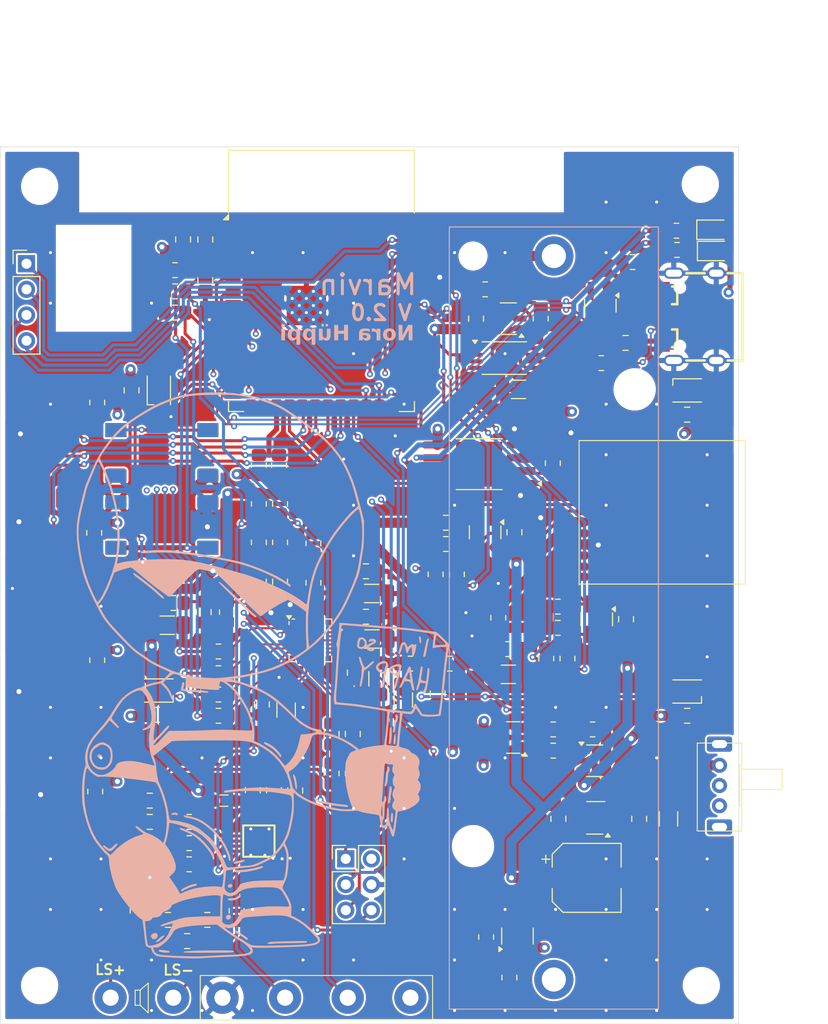
<source format=kicad_pcb>
(kicad_pcb (version 20240108) (generator "pcbnew") (generator_version "8.0")
  (layers (0 "F.Cu" signal) (1 "In1.Cu" signal) (2 "In2.Cu" signal) (31 "B.Cu" signal) (34 "B.Paste" user) (35 "F.Paste" user) (36 "B.SilkS" user "B.Silkscreen") (37 "F.SilkS" user "F.Silkscreen") (38 "B.Mask" user) (39 "F.Mask" user) (44 "Edge.Cuts" user))
  (net 0 "")
  (net 1 "V_Bat")
  (net 2 "Net-(BT1--)")
  (net 3 "GND")
  (net 4 "V_USB")
  (net 5 "+3.3V")
  (net 6 "ESP_EN")
  (net 7 "Net-(U2-DVDD)")
  (net 8 "V_Audio")
  (net 9 "Net-(U2-AVDD)")
  (net 10 "Net-(U2-CDATA)")
  (net 11 "Net-(U2-CCLK)")
  (net 12 "Net-(U2-VMID)")
  (net 13 "Net-(U2-ADCVREF)")
  (net 14 "Net-(U2-VREF)")
  (net 15 "Net-(C19-Pad1)")
  (net 16 "Net-(U2-LOUT1)")
  (net 17 "Net-(U2-ROUT1)")
  (net 18 "Net-(C20-Pad1)")
  (net 19 "Net-(U3-PVIN)")
  (net 20 "Net-(C26-Pad1)")
  (net 21 "AUDIO_LS")
  (net 22 "Net-(C28-Pad2)")
  (net 23 "Net-(C28-Pad1)")
  (net 24 "Net-(C30-Pad1)")
  (net 25 "Net-(C31-Pad2)")
  (net 26 "Net-(U5-VCC)")
  (net 27 "USB_D+")
  (net 28 "USB_D-")
  (net 29 "Net-(U4-DATA0)")
  (net 30 "Net-(U4-CLK)")
  (net 31 "Net-(U4-CD{slash}DATA3)")
  (net 32 "Net-(U4-CMD)")
  (net 33 "Net-(D4-K)")
  (net 34 "Net-(D5-K)")
  (net 35 "ESP_U0_RX")
  (net 36 "ESP_U0_TX")
  (net 37 "ESP_GPIO0")
  (net 38 "IO48")
  (net 39 "IO02")
  (net 40 "IO01")
  (net 41 "IO47")
  (net 42 "Net-(Q1-B)")
  (net 43 "V_LED")
  (net 44 "Net-(Q2-B)")
  (net 45 "Net-(Q3-B)")
  (net 46 "Net-(Q3-C)")
  (net 47 "Net-(X1-CC2)")
  (net 48 "Net-(X1-CC1)")
  (net 49 "SCL")
  (net 50 "SDA")
  (net 51 "MCLK")
  (net 52 "Net-(U2-MCLK)")
  (net 53 "SCLK")
  (net 54 "Net-(U2-SCLK)")
  (net 55 "Net-(U2-LRCK)")
  (net 56 "LRCK")
  (net 57 "Net-(U2-DSDIN)")
  (net 58 "DSDIN")
  (net 59 "BAT_FB")
  (net 60 "CE")
  (net 61 "Net-(U3-INP)")
  (net 62 "Net-(U3-INN)")
  (net 63 "LS+")
  (net 64 "LS-")
  (net 65 "SDCARD_CS")
  (net 66 "SPI0_MOSI")
  (net 67 "Net-(U4-VDD)")
  (net 68 "SPI0_CLK")
  (net 69 "SPI0_MISO")
  (net 70 "Net-(U5-CS)")
  (net 71 "Net-(U7-STDBY)")
  (net 72 "Net-(U7-STAT)")
  (net 73 "Net-(U7-ISET)")
  (net 74 "VOLUME+")
  (net 75 "MODI1")
  (net 76 "VOLUME-")
  (net 77 "MODI2")
  (net 78 "V_Audio_ENABLE")
  (net 79 "V_LED_ENABLE")
  (net 83 "LED_DATA")
  (net 85 "LS_ENABLE")
  (net 99 "Net-(U5-OC)")
  (net 100 "Net-(U5-OD)")
  (net 104 "ENABLE_BATTERY_CHRG")
  (net 108 "V_BatSW")
  (net 111 "Net-(U11-DIN)")
  (net 112 "Net-(U11-DOUT)")
  (net 113 "Net-(U12-DOUT)")
  (footprint "Capacitor_SMD:C_1206_3216Metric_Pad1.33x1.80mm_HandSolder" (layer "F.Cu") (at 115.1 138.4375 -90)
    (property "Reference" "C15" (hide yes))
    (property "Value" "10uF" (hide yes))
  )
  (footprint "Capacitor_SMD:C_1206_3216Metric_Pad1.33x1.80mm_HandSolder" (layer "F.Cu") (at 124.2 135.3375 -90)
    (property "Reference" "C9" (hide yes))
    (property "Value" "10uF" (hide yes))
  )
  (footprint "Resistor_SMD:R_0805_2012Metric_Pad1.20x1.40mm_HandSolder" (layer "F.Cu") (at 105.5 151.6 180)
    (property "Reference" "R24" (hide yes))
    (property "Value" "1M" (hide yes))
  )
  (footprint "Resistor_SMD:R_0805_2012Metric_Pad1.20x1.40mm_HandSolder" (layer "F.Cu") (at 153.7375 91)
    (property "Reference" "R41" (hide yes))
    (property "Value" "1.5k" (hide yes))
  )
  (footprint "Resistor_SMD:R_0805_2012Metric_Pad1.20x1.40mm_HandSolder" (layer "F.Cu") (at 96.2 146.5 -90)
    (property "Reference" "R46" (hide yes))
    (property "Value" "10k" (hide yes))
  )
  (footprint "Resistor_SMD:R_0805_2012Metric_Pad1.20x1.40mm_HandSolder" (layer "F.Cu") (at 112.4 114.2 90)
    (property "Reference" "R16" (hide yes))
    (property "Value" "1k" (hide yes))
  )
  (footprint "Resistor_SMD:R_0805_2012Metric_Pad1.20x1.40mm_HandSolder" (layer "F.Cu") (at 131.3 133.8375 180)
    (property "Reference" "R7" (hide yes))
    (property "Value" "0" (hide yes))
  )
  (footprint "Resistor_SMD:R_0805_2012Metric_Pad1.20x1.40mm_HandSolder" (layer "F.Cu") (at 134.9 160.9 90)
    (property "Reference" "R21" (hide yes))
    (property "Value" "1M" (hide yes))
  )
  (footprint "Capacitor_SMD:C_0805_2012Metric_Pad1.18x1.45mm_HandSolder" (layer "F.Cu") (at 137.7 120.8375 90)
    (property "Reference" "C40" (hide yes))
    (property "Value" "1uF" (hide yes))
  )
  (footprint "Resistor_SMD:R_0805_2012Metric_Pad1.20x1.40mm_HandSolder" (layer "F.Cu") (at 132 125 -90)
    (property "Reference" "R29" (hide yes))
    (property "Value" "0" (hide yes))
  )
  (footprint "Capacitor_SMD:C_1206_3216Metric_Pad1.33x1.80mm_HandSolder" (layer "F.Cu") (at 123.6 131.4)
    (property "Reference" "C14" (hide yes))
    (property "Value" "10uF" (hide yes))
  )
  (footprint "Package_SO:TSSOP-8_4.4x3mm_P0.65mm" (layer "F.Cu") (at 136.7 103.6)
    (property "Reference" "U6" (hide yes))
    (property "Value" "FS8205A" (hide yes))
  )
  (footprint "LED_SMD:LED_WS2812B-2020_PLCC4_2.0x2.0mm" (layer "F.Cu") (at 154.8 136.6 180)
    (property "Reference" "U12" (hide yes))
    (property "Value" "WS2812" (hide yes))
  )
  (footprint "Resistor_SMD:R_0805_2012Metric_Pad1.20x1.40mm_HandSolder" (layer "F.Cu") (at 119.6 144.7 90)
    (property "Reference" "R20" (hide yes))
    (property "Value" "33" (hide yes))
  )
  (footprint "Resistor_SMD:R_0805_2012Metric_Pad1.20x1.40mm_HandSolder" (layer "F.Cu") (at 117.8 121.9375 -90)
    (property "Reference" "R17" (hide yes))
    (property "Value" "10k" (hide yes))
  )
  (footprint "Resistor_SMD:R_0805_2012Metric_Pad1.20x1.40mm_HandSolder" (layer "F.Cu") (at 130.9 122 180)
    (property "Reference" "R39" (hide yes))
    (property "Value" "10k" (hide yes))
  )
  (footprint "Package_TO_SOT_SMD:SOT-143_Handsoldering" (layer "F.Cu") (at 145.85 129.4375 -90)
    (property "Reference" "D2" (hide yes))
    (property "Value" "PRTR5V0U2X_1727-3884-6-ND" (hide yes))
  )
  (footprint "Package_DFN_QFN:QFN-28-1EP_4x4mm_P0.4mm_EP2.3x2.3mm" (layer "F.Cu") (at 117.5 131.5375)
    (property "Reference" "U2" (hide yes))
    (property "Value" "ES8388" (hide yes))
  )
  (footprint "Library:USB-C-SMD_TYPE-C-USB-17" (layer "F.Cu") (at 156.7 99.5 90)
    (property "Reference" "X1" (hide yes))
    (property "Value" "USB3.1C16PFSMT")
  )
  (footprint "Resistor_SMD:R_0805_2012Metric_Pad1.20x1.40mm_HandSolder" (layer "F.Cu") (at 117.8 125.8375 -90)
    (property "Reference" "R18" (hide yes))
    (property "Value" "10k" (hide yes))
  )
  (footprint "Resistor_SMD:R_0805_2012Metric_Pad1.20x1.40mm_HandSolder" (layer "F.Cu") (at 104.1 94.9)
    (property "Reference" "R3" (hide yes))
    (property "Value" "10k" (hide yes))
  )
  (footprint "Resistor_SMD:R_0805_2012Metric_Pad1.20x1.40mm_HandSolder" (layer "F.Cu") (at 141.5 114 90)
    (property "Reference" "R42" (hide yes))
    (property "Value" "2k" (hide yes))
  )
  (footprint "Capacitor_SMD:C_1206_3216Metric_Pad1.33x1.80mm_HandSolder" (layer "F.Cu") (at 123.5625 126.9)
    (property "Reference" "C13" (hide yes))
    (property "Value" "10uF" (hide yes))
  )
  (footprint "Resistor_SMD:R_0805_2012Metric_Pad1.20x1.40mm_HandSolder" (layer "F.Cu") (at 153.8 92.9)
    (property "Reference" "R38" (hide yes))
    (property "Value" "1.5k" (hide yes))
  )
  (footprint "Capacitor_SMD:C_0805_2012Metric_Pad1.18x1.45mm_HandSolder" (layer "F.Cu") (at 102.3 138.9)
    (property "Reference" "C42" (hide yes))
    (property "Value" "100nF" (hide yes))
  )
  (footprint "Library:Taster" (layer "F.Cu") (at 102.8 113.1)
    (property "Reference" "SW2" (hide yes))
    (property "Value" "Boot" (hide yes))
  )
  (footprint "Resistor_SMD:R_0805_2012Metric_Pad1.20x1.40mm_HandSolder" (layer "F.Cu") (at 100.4 158.3 90)
    (property "Reference" "R25" (hide yes))
    (property "Value" "0" (hide yes))
  )
  (footprint "Resistor_SMD:R_0805_2012Metric_Pad1.20x1.40mm_HandSolder" (layer "F.Cu") (at 108.4 132.6375 180)
    (property "Reference" "R12" (hide yes))
    (property "Value" "33" (hide yes))
  )
  (footprint "LED_SMD:LED_0805_2012Metric" (layer "F.Cu") (at 157.4375 90.9)
    (property "Reference" "D5" (hide yes))
    (property "Value" "Green" (hide yes))
  )
  (footprint "Capacitor_SMD:C_1206_3216Metric_Pad1.33x1.80mm_HandSolder" (layer "F.Cu") (at 152.95 149.2 -90)
    (property "Reference" "C21" (hide yes))
    (property "Value" "10uF" (hide yes))
  )
  (footprint "Capacitor_SMD:C_1206_3216Metric_Pad1.33x1.80mm_HandSolder" (layer "F.Cu") (at 137.1 134.9)
    (property "Reference" "C34" (hide yes))
    (property "Value" "10uF" (hide yes))
  )
  (footprint "Resistor_SMD:R_0805_2012Metric_Pad1.20x1.40mm_HandSolder" (layer "F.Cu") (at 140.3 99.7 90)
    (property "Reference" "R35" (hide yes))
    (property "Value" "1k" (hide yes))
  )
  (footprint "Library:Taster" (layer "F.Cu") (at 90.9 151.5 90)
    (property "Reference" "SW6" (hide yes))
    (property "Value" "Modi0" (hide yes))
  )
  (footprint "Resistor_SMD:R_0805_2012Metric_Pad1.20x1.40mm_HandSolder" (layer "F.Cu") (at 146.3 104.1 180)
    (property "Reference" "R2" (hide yes))
    (property "Value" "5.1k" (hide yes))
  )
  (footprint "Resistor_SMD:R_0805_2012Metric_Pad1.20x1.40mm_HandSolder" (layer "F.Cu") (at 149.4 94.1 180)
    (property "Reference" "R1" (hide yes))
    (property "Value" "5.1k" (hide yes))
  )
  (footprint "Resistor_SMD:R_0805_2012Metric_Pad1.20x1.40mm_HandSolder" (layer "F.Cu") (at 114.4 114.2 -90)
    (property "Reference" "R51" (hide yes))
    (property "Value" "1k" (hide yes))
  )
  (footprint "Library:Taster" (layer "F.Cu") (at 90.9 126.2 90)
    (property "Reference" "SW3" (hide yes))
    (property "Value" "Volume+" (hide yes))
  )
  (footprint "Capacitor_SMD:C_0805_2012Metric_Pad1.18x1.45mm_HandSolder" (layer "F.Cu") (at 150.05 149.2 -90)
    (property "Reference" "C37" (hide yes))
    (property "Value" "1uF" (hide yes))
  )
  (footprint "Resistor_SMD:R_0805_2012Metric_Pad1.20x1.40mm_HandSolder" (layer "F.Cu") (at 112.4 118.0375 -90)
    (property "Reference" "R10" (hide yes))
    (property "Value" "2k" (hide yes))
  )
  (footprint "Library:Taster" (layer "F.Cu") (at 102.8 120 180)
    (property "Reference" "SW1" (hide yes))
    (property "Value" "Reset" (hide yes))
  )
  (footprint "Resistor_SMD:R_0805_2012Metric_Pad1.20x1.40mm_HandSolder" (layer "F.Cu") (at 140.85 133.3375 -90)
    (property "Reference" "R31" (hide yes))
    (property "Value" "0" (hide yes))
  )
  (footprint "Capacitor_SMD:C_0805_2012Metric_Pad1.18x1.45mm_HandSolder" (layer "F.Cu") (at 116 146.4 90)
    (property "Reference" "C23" (hide yes))
    (property "Value" "100nF" (hide yes))
  )
  (footprint "Library:2096568" (layer "F.Cu") (at 149.8 120.415 -90)
    (property "Reference" "U4" (hide yes))
    (property "Value" "TF_CARD")
  )
  (footprint "Capacitor_SMD:C_0805_2012Metric_Pad1.18x1.45mm_HandSolder" (layer "F.Cu") (at 121.7 140.8 90)
    (property "Reference" "C19" (hide yes))
    (property "Value" "22uF" (hide yes))
  )
  (footprint "Connector_PinHeader_2.54mm:PinHeader_1x04_P2.54mm_Vertical" (layer "F.Cu") (at 89.4 94.26)
    (property "Reference" "J2" (hide yes))
    (property "Value" "Conn_01x04_Pin" (hide yes))
  )
  (footprint "Library:LS" (layer "F.Cu") (at 101 166.9)
    (property "Reference" "LS1" (hide yes))
    (property "Value" "Speaker")
  )
  (footprint "Resistor_SMD:R_0805_2012Metric_Pad1.20x1.40mm_HandSolder" (layer "F.Cu") (at 103.9375 127.8375 180)
    (property "Reference" "R5" (hide yes))
    (property "Value" "100" (hide yes))
  )
  (footprint "Resistor_SMD:R_0805_2012Metric_Pad1.20x1.40mm_HandSolder" (layer "F.Cu") (at 136.1 129.3 -90)
    (property "Reference" "R30" (hide yes))
    (property "Value" "0" (hide yes))
  )
  (footprint "MountingHole:MountingHole_3.2mm_M3" (layer "F.Cu") (at 90.7 86.6)
    (property "Reference" "REF**" (hide yes))
    (property "Value" "MountingHole_3.2mm_M3" (hide yes))
  )
  (footprint "Capacitor_SMD:C_0805_2012Metric_Pad1.18x1.45mm_HandSolder" (layer "F.Cu") (at 107.3 159.2)
    (property "Reference" "C31" (hide yes))
    (property "Value" "330pF" (hide yes))
  )
  (footprint "Capacitor_SMD:C_0805_2012Metric_Pad1.18x1.45mm_HandSolder" (layer "F.Cu") (at 123 129.2)
    (property "Reference" "C17" (hide yes))
    (property "Value" "0.1uF" (hide yes))
  )
  (footprint "Capacitor_SMD:C_0805_2012Metric_Pad1.18x1.45mm_HandSolder" (layer "F.Cu") (at 121.9 134.7375 -90)
    (property "Reference" "C7" (hide yes))
    (property "Value" "0.1uF" (hide yes))
  )
  (footprint "Capacitor_SMD:C_0805_2012Metric_Pad1.18x1.45mm_HandSolder" (layer "F.Cu") (at 113.9 146.3625 90)
    (property "Reference" "C24" (hide yes))
    (property "Value" "100nF" (hide yes))
  )
  (footprint "Capacitor_SMD:C_1206_3216Metric_Pad1.33x1.80mm_HandSolder" (layer "F.Cu") (at 138.1 106.7 180)
    (property "Reference" "C36" (hide yes))
    (property "Value" "10uF" (hide yes))
  )
  (footprint "Library:Taster" (layer "F.Cu") (at 90.9 112.9 90)
    (property "Reference" "SW4" (hide yes))
    (property "Value" "Volume-" (hide yes))
  )
  (footprint "Resistor_SMD:R_0805_2012Metric_Pad1.20x1.40mm_HandSolder" (layer "F.Cu") (at 141.5375 142.45 180)
    (property "Reference" "R48" (hide yes))
    (property "Value" "2.5k" (hide yes))
  )
  (footprint "Resistor_SMD:R_0805_2012Metric_Pad1.20x1.40mm_HandSolder" (layer "F.Cu") (at 104.1 99.1)
    (property "Reference" "R33" (hide yes))
    (property "Value" "10k" (hide yes))
  )
  (footprint "Resistor_SMD:R_0805_2012Metric_Pad1.20x1.40mm_HandSolder" (layer "F.Cu") (at 112.4 121.8375 90)
    (property "Reference" "R8" (hide yes))
    (property "Value" "100" (hide yes))
  )
  (footprint "Resistor_SMD:R_0805_2012Metric_Pad1.20x1.40mm_HandSolder" (layer "F.Cu") (at 114.5 118.0375 -90)
    (property "Reference" "R11" (hide yes))
    (property "Value" "2k" (hide yes))
  )
  (footprint "Library:MP1720" (layer "F.Cu") (at 112.4 151.4)
    (property "Reference" "U3" (hide yes))
    (property "Value" "MP1720" (hide yes))
  )
  (footprint "RF_Module:ESP32-S3-WROOM-1" (layer "F.Cu") (at 118.6 95.94)
    (property "Reference" "U1" (hide yes))
    (property "Value" "ESP32-S3-WROOM-1")
  )
  (footprint "Capacitor_SMD:C_0805_2012Metric_Pad1.18x1.45mm_HandSolder" (layer "F.Cu") (at 104.9 91.8625 90)
    (property "Reference" "C2" (hide yes))
    (property "Value" "4u7F" (hide yes))
  )
  (footprint "Capacitor_SMD:C_0805_2012Metric_Pad1.18x1.45mm_HandSolder" (layer "F.Cu") (at 133.9 99.7 -90)
    (property "Reference" "C35" (hide yes))
    (property "Value" "0.1uF" (hide yes))
  )
  (footprint "Resistor_SMD:R_0805_2012Metric_Pad1.20x1.40mm_HandSolder" (layer "F.Cu") (at 108.4 136.9 180)
    (property "Reference" "R15" (hide yes))
    (property "Value" "33" (hide yes))
  )
  (footprint "Capacitor_SMD:C_1206_3216Metric_Pad1.33x1.80mm_HandSolder" (layer "F.Cu") (at 103.3375 130.0375)
    (property "Reference" "C6" (hide yes))
    (property "Value" "10uF" (hide yes))
  )
  (footprint "Capacitor_SMD:C_0805_2012Metric_Pad1.18x1.45mm_HandSolder" (layer "F.Cu") (at 101.6 151.6)
    (property "Reference" "C29" (hide yes))
    (property "Value" "1nF" (hide yes))
  )
  (footprint "LED_SMD:LED_WS2812B-2020_PLCC4_2.0x2.0mm" (layer "F.Cu") (at 154.8 106.8)
    (property "Reference" "U13" (hide yes))
    (property "Value" "WS2812" (hide yes))
  )
  (footprint "MountingHole:MountingHole_3.2mm_M3" (layer "F.Cu") (at 156.2 165.7)
    (property "Reference" "REF**" (hide yes))
    (property "Value" "MountingHole_3.2mm_M3" (hide yes))
  )
  (footprint "Capacitor_SMD:C_0805_2012Metric_Pad1.18x1.45mm_HandSolder" (layer "F.Cu") (at 107.1 95.9 -90)
    (property "Reference" "C4" (hide yes))
    (property "Value" "1uF, 25V" (hide yes))
  )
  (footprint "Package_TO_SOT_SMD:SOT-143_Handsoldering" (layer "F.Cu") (at 146.2 98.4 -90)
    (property "Reference" "D1" (hide yes))
    (property "Value" "PRTR5V0U2X_1727-3884-6-ND" (hide yes))
  )
  (footprint "Resistor_SMD:R_0805_2012Metric_Pad1.20x1.40mm_HandSolder" (layer "F.Cu") (at 109.2375 128.7375 -90)
    (property "Reference" "R4" (hide yes))
    (property "Value" "3.3k" (hide yes))
  )
  (footprint "LED_SMD:LED_WS2812B-2020_PLCC4_2.0x2.0mm" (layer "F.Cu") (at 102.5 136.5 180)
    (property "Reference" "U11" (hide yes))
    (property "Value" "WS2812" (hide yes))
  )
  (footprint "Package_TO_SOT_SMD:SOT-23-3" (layer "F.Cu") (at 145.6375 143.45)
    (property "Reference" "Q2" (hide yes))
    (property "Value" "Q_PNP_Darlington_BCE" (hide yes))
  )
  (footprint "Package_TO_SOT_SMD:SOT-143_Handsoldering" (layer "F.Cu") (at 134.8 120.8375 -90)
    (property "Reference" "D3" (hide yes))
    (property "Value" "PRTR5V0U2X_1727-3884-6-ND" (hide yes))
  )
  (footprint "Capacitor_SMD:C_0805_2012Metric_Pad1.18x1.45mm_HandSolder" (layer "F.Cu") (at 105.3 161.3)
    (property "Reference" "C32" (hide yes))
    (property "Value" "390pF" (hide yes))
  )
  (footprint "Resistor_SMD:R_0805_2012Metric_Pad1.20x1.40mm_HandSolder" (layer "F.Cu") (at 114.5 121.8375 90)
    (property "Reference" "R9" (hide yes))
    (property "Value" "100" (hide yes))
  )
  (footprint "Package_SO:SOP-8-1EP_4.57x4.57mm_P1.27mm_EP4.57x4.45mm" (layer "F.Cu") (at 134.21 114.1 180)
    (property "Reference" "U7" (hide yes))
    (property "Value" "HM4056H" (hide yes))
  )
  (footprint "Package_TO_SOT_SMD:SOT-23-6" (layer "F.Cu") (at 137.1 99.7 180)
    (property "Reference" "U5" (hide yes))
    (property "Value" "DW01A" (hide yes))
  )
  (footprint "Capacitor_SMD:C_0805_2012Metric_Pad1.18x1.45mm_HandSolder" (layer "F.Cu") (at 101.6 153.7)
    (property "Reference" "C28" (hide yes))
    (property "Value" "10nF" (hide yes))
  )
  (footprint "Capacitor_SMD:C_0805_2012Metric_Pad1.18x1.45mm_HandSolder" (layer "F.Cu") (at 99.8 106.8 -90)
    (property "Reference" "C41" (hide yes))
    (property "Value" "100nF" (hide yes))
  )
  (footprint "Resistor_SMD:R_0805_2012Metric_Pad1.20x1.40mm_HandSolder" (layer "F.Cu") (at 142.95 133.3375 -90)
    (property "Reference" "R32" (hide yes))
    (property "Value" "0" (hide yes))
  )
  (footprint "Resistor_SMD:R_0805_2012Metric_Pad1.20x1.40mm_HandSolder" (layer "F.Cu") (at 121.7 144.7 90)
    (property "Reference" "R19" (hide yes))
    (property "Value" "33" (hide yes))
  )
  (footprint "Library:ToF" (layer "F.Cu") (at 118.1 166.9)
    (property "Reference" "U10" (hide yes))
    (property "Value" "ToF")
  )
  (footprint "Package_TO_SOT_SMD:SOT-23-3" (layer "F.Cu") (at 138 160.8 90)
    (property "Reference" "Q1" (hide yes))
    (property "Value" "Q_PNP_Darlington_BCE" (hide yes))
  )
  (footprint "Capacitor_SMD:C_0805_2012Metric_Pad1.18x1.45mm_HandSolder" (layer "F.Cu") (at 154.8 139)
    (property "Reference" "C43" (hide yes))
    (property "Value" "100nF" (hide yes))
  )
  (footprint "Package_TO_SOT_SMD:SOT-23-5_HandSoldering" (layer "F.Cu") (at 145.75 149.1 180)
    (property "Reference" "U8" (hide yes))
    (property "Value" "TPLP5907MFX-3.3" (hide yes))
  )
  (footprint "Resistor_SMD:R_0805_2012Metric_Pad1.20x1.40mm_HandSolder" (layer "F.Cu") (at 96.1 120.9 -90)
    (property "Reference" "R43" (hide yes))
    (property "Value" "10k" (hide yes))
  )
  (footprint "Capacitor_SMD:C_0805_2012Metric_Pad1.18x1.45mm_HandSolder" (layer "F.Cu") (at 101.6 149.5 180)
    (property "Reference" "C26" (hide yes))
    (property "Value" "100nF" (hide yes))
  )
  (footprint "Resistor_SMD:R_0805_2012Metric_Pad1.20x1.40mm_HandSolder" (layer "F.Cu") (at 96.4 133.5 -90)
    (property "Reference" "R44" (hide yes))
    (property "Value" "10k" (hide yes))
  )
  (footprint "Resistor_SMD:R_0805_2012Metric_Pad1.20x1.40mm_HandSolder" (layer "F.Cu") (at 110.2 158.3 90)
    (property "Reference" "R26" (hide yes))
    (property "Value" "0" (hide yes))
  )
  (footprint "Capacitor_SMD:C_0805_2012Metric_Pad1.18x1.45mm_HandSolder" (layer "F.Cu") (at 154.8 109.2 180)
    (property "Reference" "C44" (hide yes))
    (property "Value" "100nF" (hide yes))
  )
  (footprint "MountingHole:MountingHole_3.2mm_M3" (layer "F.Cu") (at 90.7 165.7)
    (property "Reference" "REF**" (hide yes))
    (property "Value" "MountingHole_3.2mm_M3" (hide yes))
  )
  (footprint "Connector_PinHeader_2.54mm:PinHeader_2x03_P2.54mm_Vertical" (layer "F.Cu") (at 121 153.16)
    (property "Reference" "J1" (hide yes))
    (property "Value" "Conn_02x03_Odd_Even" (hide yes))
  )
  (footprint "Capacitor_SMD:C_0805_2012Metric_Pad1.18x1.45mm_HandSolder" (layer "F.Cu") (at 111.8 146.3625 90)
    (property "Reference" "C25" (hide yes))
    (property "Value" "22uF" (hide yes))
  )
  (footprint "Capacitor_SMD:C_0805_2012Metric_Pad1.18x1.45mm_HandSolder" (layer "F.Cu") (at 112.4 125.7375 -90)
    (property "Reference" "C12" (hide yes))
    (property "Value" "20pF" (hide yes))
  )
  (footprint "Resistor_SMD:R_0805_2012Metric_Pad1.20x1.40mm_HandSolder" (layer "F.Cu") (at 104.1 97)
    (property "Reference" "R27" (hide yes))
    (property "Value" "10k" (hide yes))
  )
  (footprint "Resistor_SMD:R_0805_2012Metric_Pad1.20x1.40mm_HandSolder" (layer "F.Cu") (at 108.4 134.7875 180)
    (property "Reference" "R13" (hide yes))
    (property "Value" "33" (hide yes))
  )
  (footprint "Resistor_SMD:R_0805_2012Metric_Pad1.20x1.40mm_HandSolder" (layer "F.Cu") (at 141.5375 140.35)
    (property "Reference" "R50" (hide yes))
    (property "Value" "1.8k" (hide yes))
  )
  (footprint "Resistor_SMD:R_0805_2012Metric_Pad1.20x1.40mm_HandSolder" (layer "F.Cu") (at 96.4 108 -90)
    (property "Reference" "R45" (hide yes))
    (property "Value" "10k" (hide yes))
  )
  (footprint "Resistor_SMD:R_0805_2012Metric_Pad1.20x1.40mm_HandSolder" (layer "F.Cu") (at 134.8 96.8 180)
    (property "Reference" "R34" (hide yes))
    (property "Value" "100" (hide yes))
  )
  (footprint "Resistor_SMD:R_0805_2012Metric_Pad1.20x1.40mm_HandSolder" (layer "F.Cu") (at 127.4 133.8375 180)
    (property "Reference" "R6" (hide yes))
    (property "Value" "4.7" (hide yes))
  )
  (footprint "Capacitor_SMD:C_0805_2012Metric_Pad1.18x1.45mm_HandSolder" (layer "F.Cu") (at 119.6 140.8 90)
    (property "Reference" "C20" (hide yes))
    (property "Value" "22uF" (hide yes))
  )
  (footprint "Resistor_SMD:R_0805_2012Metric_Pad1.20x1.40mm_HandSolder" (layer "F.Cu") (at 145.4375 140.35)
    (property "Reference" "R49" (hide yes))
    (property "Value" "1M" (hide yes))
  )
  (footprint "Capacitor_SMD:C_0805_2012Metric_Pad1.18x1.45mm_HandSolder" (layer "F.Cu") (at 114.5 125.7375 -90)
    (property "Reference" "C11" (hide yes))
    (property "Value" "20pF" (hide yes))
  )
  (footprint "Capacitor_SMD:C_0805_2012Metric_Pad1.18x1.45mm_HandSolder" (layer "F.Cu") (at 106.9375 128.7375 -90)
    (property "Reference" "C5" (hide yes))
    (property "Value" "0.1uF" (hide yes))
  )
  (footprint "Resistor_SMD:R_0805_2012Metric_Pad1.20x1.40mm_HandSolder" (layer "F.Cu") (at 108.4 139 180)
    (property "Reference" "R14" (hide yes))
    (property "Value" "33" (hide yes))
  )
  (footprint "Resistor_SMD:R_0805_2012Metric_Pad1.20x1.40mm_HandSolder" (layer "F.Cu") (at 137.2 164.9 -90)
    (property "Reference" "R47" (hide yes))
    (property "Value" "1.8k" (hide yes))
  )
  (footprint "Capacitor_SMD:C_0805_2012Metric_Pad1.18x1.45mm_HandSolder" (layer "F.Cu") (at 123 124.7)
    (property "Reference" "C16" (hide yes))
    (property "Value" "0.1uF" (hide yes))
  )
  (footprint "Inductor_SMD:L_0805_2012Metric" (layer "F.Cu") (at 108.9375 147.4)
    (property "Reference" "FB1" (hide yes))
    (property "Value" "Ferrite_Bead_Small" (hide yes))
  )
  (footprint "Resistor_SMD:R_0805_2012Metric_Pad1.20x1.40mm_HandSolder" (layer "F.Cu") (at 130.9 119.9 180)
    (property "Reference" "R40" (hide yes))
    (property "Value" "10k" (hide yes))
  )
  (footprint "MountingHole:MountingHole_3.2mm_M3" (layer "F.Cu") (at 156.1 86.4)
    (property "Reference" "REF**" (hide yes))
    (property "Value" "MountingHole_3.2mm_M3" (hide yes))
  )
  (footprint "Library:SW" (layer "F.Cu") (at 158.2 146.1 90)
    (property "Reference" "SW7" (hide yes))
    (property "Value" "Switch Slide SPDT 100mA 12V")
  )
  (footprint "Capacitor_SMD:C_0805_2012Metric_Pad1.18x1.45mm_HandSolder" (layer "F.Cu") (at 148.7 102.1 180)
    (property "Reference" "C1" (hide yes))
    (property "Value" "1uF" (hide yes))
  )
  (footprint "Capacitor_SMD:CP_Elec_6.3x5.9" (layer "F.Cu") (at 144.85 155.0375)
    (property "Reference" "C39" (hide yes))
    (property "Value" "47uF" (hide yes))
  )
  (footprint "Resistor_SMD:R_0805_2012Metric_Pad1.20x1.40mm_HandSolder" (layer "F.Cu") (at 142 128.2 180)
    (property "Reference" "R37" (hide yes))
    (property "Value" "10k" (hide yes))
  )
  (footprint "Capacitor_SMD:C_0805_2012Metric_Pad1.18x1.45mm_HandSolder" (layer "F.Cu") (at 107.1 91.8625 90)
    (property "Reference" "C3" (hide yes))
    (property "Value" "100nF" (hide yes))
  )
  (footprint "Capacitor_SMD:C_1206_3216Metric_Pad1.33x1.80mm_HandSolder" (layer "F.Cu") (at 126.7 137.4375 -90)
    (property "Reference" "C10" (hide yes))
    (property "Value" "10uF" (hide yes))
  )
  (footprint "Resistor_SMD:R_0805_2012Metric_Pad1.20x1.40mm_HandSolder" (layer "F.Cu") (at 142 130.3 180)
    (property "Reference" "R36" (hide yes))
    (property "Value" "10k" (hide yes))
  )
  (footprint "Capacitor_SMD:C_0805_2012Metric_Pad1.18x1.45mm_HandSolder" (layer "F.Cu") (at 130.1 136.8 -90)
    (property "Reference" "C8" (hide yes))
    (property "Value" "0.1uF" (hide yes))
  )
  (footprint "Library:Marivin_liegend" (layer "F.Cu") (at 96.3 95.5 90)
    (property "Reference" "G***" (hide yes))
    (property "Value" "LOGO" (hide yes))
  )
  (footprint "Capacitor_SMD:C_0805_2012Metric_Pad1.18x1.45mm_HandSolder" (layer "F.Cu") (at 148.75 129.4375 90)
    (property "Reference" "C22" (hide yes))
    (property "Value" "1uF" (hide yes))
  )
  (footprint "Resistor_SMD:R_0805_2012Metric_Pad1.20x1.40mm_HandSolder" (layer "F.Cu") (at 129.9 125 -90)
    (property "Reference" "R28" (hide yes))
    (property "Value" "0" (hide yes))
  )
  (footprint "Package_TO_SOT_SMD:SOT-23" (layer "F.Cu") (at 137.575 141.15 180)
    (property "Reference" "Q3" (hide yes))
    (property "Value" "BC817-40" (hide yes))
  )
  (footprint "Capacitor_SMD:C_0805_2012Metric_Pad1.18x1.45mm_HandSolder" (layer "F.Cu") (at 103.4 159.2)
    (property "Reference" "C30" (hide yes))
    (property "Value" "330pF" (hide yes))
  )
  (footprint "LED_SMD:LED_WS2812B-2020_PLCC4_2.0x2.0mm" (layer "F.Cu") (at 102.5 106.8 90)
    (property "Reference" "U9" (hide yes))
    (property "Value" "WS2812" (hide yes))
  )
  (footprint "Resistor_SMD:R_0805_2012Metric_Pad1.20x1.40mm_HandSolder" (layer "F.Cu") (at 105.5 153.7)
    (property "Reference" "R23" (hide yes))
    (property "Value" "33k" (hide yes))
  )
  (footprint "Resistor_SMD:R_0805_2012Metric_Pad1.20x1.40mm_HandSolder" (layer "F.Cu") (at 105.5 149.5)
    (property "Reference" "R22" (hide yes))
    (property "Value" "10k" (hide yes))
  )
  (footprint "Capacitor_SMD:C_0805_2012Metric_Pad1.18x1.45mm_HandSolder" (layer "F.Cu") (at 112.7 137.875 -90)
    (property "Reference" "C18" (hide yes))
    (property "Value" "0.1uF" (hide yes))
  )
  (footprint "Capacitor_SMD:C_0805_2012Metric_Pad1.18x1.45mm_HandSolder" (layer "F.Cu") (at 137.1 132.4)
    (property "Reference" "C33" (hide yes))
    (property "Value" "0,1uF" (hide yes))
  )
  (footprint "Library:Taster" (layer "F.Cu") (at 90.9 138.8 90)
    (property "Reference" "SW5" (hide yes))
    (property "Value" "Modi1" (hide yes))
  )
  (footprint "Capacitor_SMD:C_0805_2012Metric_Pad1.18x1.45mm_HandSolder" (layer "F.Cu") (at 101.6 147.4)
    (property "Reference" "C27" (hide yes))
    (property "Value" "1uF" (hide yes))
  )
  (footprint "Capacitor_SMD:C_0805_2012Metric_Pad1.18x1.45mm_HandSolder" (layer "F.Cu") (at 142.05 149.2 90)
    (property "Reference" "C38" (hide yes))
    (property "Value" "1uF" (hide yes))
  )
  (footprint "LED_SMD:LED_0805_2012Metric" (layer "F.Cu") (at 157.5 93)
    (property "Reference" "D4" (hide yes))
    (property "Value" "Orange" (hide yes))
  )
  (footprint "Library:Batteriehalter" (layer "B.Cu") (at 141.6 129.3 90)
    (property "Reference" "BT1" (hide yes))
    (property "Value" "Battery_Cell")
  )
  (footprint "Library:Marvin" (layer "B.Cu") (at 111.936175 134.098309 180)
    (property "Reference" "G***" (hide yes))
    (property "Value" "LOGO" (hide yes))
  )
  (footprint "Library:Taster" (layer "B.Cu") (at 102.8 113.1 180)
    (property "Reference" "SW9" (hide yes))
    (property "Value" "Boot")
  )
  (footprint "Library:Taster" (layer "B.Cu") (at 102.8 120)
    (property "Reference" "SW8" (hide yes))
    (property "Value" "Reset")
  )
  (gr_rect (start 86.8 82.7) (end 159.9 169.5) (stroke (width 0.05)) (fill none) (layer "Edge.Cuts"))
  (gr_text "Marvin" (at 128.2 97.5 0) (layer "B.SilkS") (effects (font (size 2 2) (thickness 0.3)) (justify left bottom mirror)))
  (gr_text "V 2.0" (at 127.7 100 -0) (layer "B.SilkS") (effects (font (size 1.5 1.5) (thickness 0.3) (bold yes)) (justify left bottom mirror)))
  (gr_text "Nora Hüppi" (at 127.8 102.1 -0) (layer "B.SilkS") (effects (font (size 1.5 1.5) (thickness 0.3) (bold yes)) (justify left bottom mirror)))
  (segment (start 139.1 93.5) (end 135.8 96.8) (width 1) (layer "F.Cu") (net 1))
  (segment (start 141.6 93.5) (end 139.1 93.5) (width 1) (layer "F.Cu") (net 1))
  (segment (start 130.1 110.6) (end 130.1 112.155) (width 1) (layer "F.Cu") (net 1))
  (segment (start 130.1 112.155) (end 130.06 112.195) (width 1) (layer "F.Cu") (net 1))
  (via (at 130.1 110.6) (size 1) (drill 0.5) (layers "F.Cu" "B.Cu") (net 1))
  (segment (start 133.9 100.7375) (end 133.9625 100.8) (width 1) (layer "F.Cu") (net 2))
  (segment (start 131.225 103.225) (end 131.275 103.275) (width 0.3) (layer "F.Cu") (net 2))
  (segment (start 129.8 100.7) (end 129.8 101.8) (width 0.3) (layer "F.Cu") (net 2))
  (segment (start 129.8 101.8) (end 131.225 103.225) (width 0.3) (layer "F.Cu") (net 2))
  (segment (start 129.8375 100.7375) (end 133.9 100.7375) (width 1) (layer "F.Cu") (net 2))
  (segment (start 134.648529 143.951471) (end 134.648529 139.551471) (width 1) (layer "F.Cu") (net 2))
  (segment (start 134.648529 139.551471) (end 134.7 139.5) (width 1) (layer "F.Cu") (net 2))
  (segment (start 133.8375 103.925) (end 132.325 103.925) (width 0.3) (layer "F.Cu") (net 2))
  (segment (start 131.275 103.275) (end 132.3 103.275) (width 0.3) (layer "F.Cu") (net 2))
  (segment (start 132.3 103.9) (end 132.3 103.275) (width 0.3) (layer "F.Cu") (net 2))
  (segment (start 132.325 103.925) (end 132.3 103.9) (width 0.3) (layer "F.Cu") (net 2))
  (segment (start 129.8 100.7) (end 129.8375 100.7375) (width 1) (layer "F.Cu") (net 2))
  (segment (start 132.3 103.275) (end 133.8375 103.275) (width 0.3) (layer "F.Cu") (net 2))
  (segment (start 133.9625 100.8) (end 135.9625 100.8) (width 1) (layer "F.Cu") (net 2))
  (via (at 129.8 100.7) (size 1) (drill 0.5) (layers "F.Cu" "B.Cu") (net 2))
  (via (at 134.648529 143.951471) (size 1) (drill 0.5) (layers "F.Cu" "B.Cu") (net 2))
  (via (at 134.7 139.5) (size 1) (drill 0.5) (layers "F.Cu" "B.Cu") (net 2))
  (segment (start 120.327756 131.5375) (end 121.390256 132.6) (width 0.2) (layer "F.Cu") (net 3))
  (segment (start 152.95 150.7625) (end 150.575 150.7625) (width 1) (layer "F.Cu") (net 3))
  (segment (start 88.65 119.8) (end 88.65 121.529456) (width 1) (layer "F.Cu") (net 3))
  (segment (start 88.65 134.370544) (end 88.529456 134.25) (width 1) (layer "F.Cu") (net 3))
  (segment (start 139.5625 103.275) (end 139.5625 103.925) (width 0.3) (layer "F.Cu") (net 3))
  (segment (start 138.1375 134.375) (end 138.6625 134.9) (width 1) (layer "F.Cu") (net 3))
  (segment (start 124.0375 124.7) (end 124.0375 125.8125) (width 1) (layer "F.Cu") (net 3))
  (segment (start 141.5 112.8) (end 143.3 111) (width 1) (layer "F.Cu") (net 3))
  (segment (start 88.8 111.1) (end 88.8 108.620544) (width 1) (layer "F.Cu") (net 3))
  (segment (start 107.1 99.4) (end 107.5 99.8) (width 0.3) (layer "F.Cu") (net 3))
  (segment (start 88.65 121.529456) (end 88.429456 121.75) (width 1) (layer "F.Cu") (net 3))
  (segment (start 141.5 113) (end 141.5 112.8) (width 1) (layer "F.Cu") (net 3))
  (segment (start 118.3 133.475) (end 118.3 132.3375) (width 0.2) (layer "F.Cu") (net 3))
  (segment (start 119.4375 131.5375) (end 120.327756 131.5375) (width 0.2) (layer "F.Cu") (net 3))
  (segment (start 107.179026 120.3) (end 107.3 120.3) (width 1) (layer "F.Cu") (net 3))
  (segment (start 137.7 119.8) (end 139.9 119.8) (width 1) (layer "F.Cu") (net 3))
  (segment (start 138.3 117.2) (end 138.3 116.065) (width 1) (layer "F.Cu") (net 3))
  (segment (start 124.0375 125.8125) (end 125.125 126.9) (width 1) (layer "F.Cu") (net 3))
  (segment (start 101.6 155) (end 101.6 152.6375) (width 0.5) (layer "F.Cu") (net 3))
  (segment (start 117.5 131.5375) (end 115.5625 131.5375) (width 0.2) (layer "F.Cu") (net 3))
  (segment (start 147.1 149.1) (end 148.9125 149.1) (width 0.5) (layer "F.Cu") (net 3))
  (segment (start 107.35 115.229456) (end 105.6 116.979456) (width 1) (layer "F.Cu") (net 3))
  (segment (start 146.814214 102.1) (end 147.6625 102.1) (width 0.8) (layer "F.Cu") (net 3))
  (segment (start 138.3 116.065) (end 138.36 116.005) (width 1) (layer "F.Cu") (net 3))
  (segment (start 139.9 119.8) (end 140.3 119.4) (width 1) (layer "F.Cu") (net 3))
  (segment (start 117.5 131.5375) (end 119.4375 131.5375) (width 0.2) (layer "F.Cu") (net 3))
  (segment (start 118.3 132.3375) (end 117.5 131.5375) (width 0.2) (layer "F.Cu") (net 3))
  (segment (start 118.3 133.475) (end 118.3 133.98386) (width 0.2) (layer "F.Cu") (net 3))
  (segment (start 138.1375 132.4) (end 138.1375 134.375) (width 1) (layer "F.Cu") (net 3))
  (segment (start 88.8 108.620544) (end 88.529456 108.35) (width 1) (layer "F.Cu") (net 3))
  (segment (start 112.4 151.4) (end 112.9 151.9) (width 0.3) (layer "F.Cu") (net 3))
  (segment (start 88.529456 146.95) (end 90.65 146.95) (width 1) (layer "F.Cu") (net 3))
  (segment (start 88.65 136.6) (end 88.65 134.370544) (width 1) (layer "F.Cu") (net 3))
  (segment (start 105.6 118.720974) (end 107.179026 120.3) (width 1) (layer "F.Cu") (net 3))
  (segment (start 114.5 127) (end 115.5 128) (width 1) (layer "F.Cu") (net 3))
  (segment (start 125.125 128.1125) (end 124.0375 129.2) (width 1) (layer "F.Cu") (net 3))
  (segment (start 101.6 152.6375) (end 102.6375 151.6) (width 0.5) (layer "F.Cu") (net 3))
  (segment (start 121.390256 132.6) (end 123.9625 132.6) (width 0.2) (layer "F.Cu") (net 3))
  (segment (start 112.9 151.9) (end 114.7 151.9) (width 0.3) (layer "F.Cu") (net 3))
  (segment (start 124.0375 129.2) (end 124.0375 130.275) (width 1) (layer "F.Cu") (net 3))
  (segment (start 145.945 122.045) (end 146 122.1) (width 1) (layer "F.Cu") (net 3))
  (segment (start 138.36 113.465) (end 141.035 113.465) (width 1) (layer "F.Cu") (net 3))
  (segment (start 137.2375 119.3375) (end 137.7 119.8) (width 1) (layer "F.Cu") (net 3))
  (segment (start 145.3 104.1) (end 145.3 103.614214) (width 0.8) (layer "F.Cu") (net 3))
  (segment (start 88.65 121.529456) (end 88.529456 121.65) (width 1) (layer "F.Cu") (net 3))
  (segment (start 120.09114 135.775) (end 121.9 135.775) (width 0.2) (layer "F.Cu") (net 3))
  (segment (start 124.0375 130.275) (end 125.1625 131.4) (width 1) (layer "F.Cu") (net 3))
  (segment (start 125.125 126.9) (end 125.125 128.1125) (width 1) (layer "F.Cu") (net 3))
  (segment (start 112.4 126.775) (end 112.4 127.6) (width 1) (layer "F.Cu") (net 3))
  (segment (start 114.7 151.9) (end 114.7 152.4) (width 0.3) (layer "F.Cu") (net 3))
  (segment (start 135.55 119.3375) (end 137.2375 119.3375) (width 1) (layer "F.Cu") (net 3))
  (segment (start 110.1 151.9) (end 109.49688 151.9) (width 0.3) (layer "F.Cu") (net 3))
  (segment (start 148.9125 149.1) (end 150.05 150.2375) (width 0.5) (layer "F.Cu") (net 3))
  (segment (start 105.6 116.979456) (end 105.6 118.720974) (width 1) (layer "F.Cu") (net 3))
  (segment (start 112.4 127.6) (end 113.6 128.8) (width 1) (layer "F.Cu") (net 3))
  (segment (start 107.1 96.9375) (end 107.1 99.4) (width 0.3) (layer "F.Cu") (net 3))
  (segment (start 123.9625 132.6) (end 125.1625 131.4) (width 0.2) (layer "F.Cu") (net 3))
  (segment (start 145.3 103.614214) (end 146.814214 102.1) (width 0.8) (layer "F.Cu") (net 3))
  (segment (start 109 152.39688) (end 109 152.9) (width 0.3) (layer "F.Cu") (net 3))
  (segment (start 114.5 126.775) (end 114.5 127) (width 1) (layer "F.Cu") (net 3))
  (segment (start 144.4 122.045) (end 145.945 122.045) (width 1) (layer "F.Cu") (net 3))
  (segment (start 104.5 151.6) (end 102.6375 151.6) (width 1) (layer "F.Cu") (net 3))
  (segment (start 141.035 113.465) (end 141.5 113) (width 1) (layer "F.Cu") (net 3))
  (segment (start 109.49688 151.9) (end 109 152.39688) (width 0.3) (layer "F.Cu") (net 3))
  (segment (start 90.8 146.8) (end 90.65 146.95) (width 1) (layer "F.Cu") (net 3))
  (segment (start 114.7 152.4) (end 114.7 153.15) (width 0.3) (layer "F.Cu") (net 3))
  (segment (start 150.575 150.7625) (end 150.05 150.2375) (width 1) (layer "F.Cu") (net 3))
  (segment (start 118.3 133.98386) (end 120.09114 135.775) (width 0.2) (layer "F.Cu") (net 3))
  (via (at 116.775 158.165) (size 0.6) (drill 0.3) (layers "F.Cu" "B.Cu") (net 3))
  (via (at 131.775 168.165) (size 0.6) (drill 0.3) (layers "F.Cu" "B.Cu") (net 3))
  (via (at 91.775 138.165) (size 0.6) (drill 0.3) (layers "F.Cu" "B.Cu") (net 3))
  (via (at 114.4 135.2) (size 0.6) (drill 0.3) (layers "F.Cu" "B.Cu") (net 3))
  (via (at 146 122.1) (size 1) (drill 0.5) (layers "F.Cu" "B.Cu") (net 3))
  (via (at 96.775 143.165) (size 0.6) (drill 0.3) (layers "F.Cu" "B.Cu") (net 3))
  (via (at 130.3 95.6) (size 1) (drill 0.5) (layers "F.Cu" "B.Cu") (net 3))
  (via (at 113.6 128.8) (size 1) (drill 0.5) (layers "F.Cu" "B.Cu") (net 3))
  (via (at 146.775 113.165) (size 0.6) (drill 0.3) (layers "F.Cu" "B.Cu") (net 3))
  (via (at 120.8 113.6) (size 0.6) (drill 0.3) (layers "F.Cu" "B.Cu") (net 3))
  (via (at 101.775 163.165) (size 0.6) (drill 0.3) (layers "F.Cu" "B.Cu") (net 3))
  (via (at 136.775 143.165) (size 0.6) (drill 0.3) (layers "F.Cu" "B.Cu") (net 3))
  (via (at 125.9 111.3) (size 0.6) (drill 0.3) (layers "F.Cu" "B.Cu") (net 3))
  (via (at 106.775 168.165) (size 0.6) (drill 0.3) (layers "F.Cu" "B.Cu") (net 3))
  (via (at 91.775 108.165) (size 0.6) (drill 0.3) (layers "F.Cu" "B.Cu") (net 3))
  (via (at 115.5 153.1) (size 0.6) (drill 0.3) (layers "F.Cu" "B.Cu") (net 3))
  (via (at 131.775 148.165) (size 0.6) (drill 0.3) (layers "F.Cu" "B.Cu") (net 3))
  (via (at 90.8 146.8) (size 1) (drill 0.5) (layers "F.Cu" "B.Cu") (net 3))
  (via (at 136.1 125.9) (size 0.6) (drill 0.3) (layers "F.Cu" "B.Cu") (net 3))
  (via (at 131.775 118.165) (size 0.6) (drill 0.3) (layers "F.Cu" "B.Cu") (net 3))
  (via (at 141.775 158.165) (size 0.6) (drill 0.3) (layers "F.Cu" "B.Cu") (net 3))
  (via (at 116.775 138.165) (size 0.6) (drill 0.3) (layers "F.Cu" "B.Cu") (net 3))
  (via (at 103.7 109.4) (size 0.6) (drill 0.3) (layers "F.Cu" "B.Cu") (net 3))
  (via (at 136.775 93.165) (size 0.6) (drill 0.3) (layers "F.Cu" "B.Cu") (net 3))
  (via (at 141.775 138.165) (size 0.6) (drill 0.3) (layers "F.Cu" "B.Cu") (net 3))
  (via (at 151.775 153.165) (size 0.6) (drill 0.3) (layers "F.Cu" "B.Cu") (net 3))
  (via (at 113.8 153.1) (size 0.6) (drill 0.3) (layers "F.Cu" "B.Cu") (net 3))
  (via (at 132.9 128.8) (size 0.6) (drill 0.3) (layers "F.Cu" "B.Cu") (net 3))
  (via (at 111.775 168.165) (size 0.6) (drill 0.3) (layers "F.Cu" "B.Cu") (net 3))
  (via (at 146.775 88.165) (size 0.6) (drill 0.3) (layers "F.Cu" "B.Cu") (net 3))
  (via (at 151.775 143.165) (size 0.6) (drill 0.3) (layers "F.Cu" "B.Cu") (net 3))
  (via (at 151.775 158.165) (size 0.6) (drill 0.3) (layers "F.Cu" "B.Cu") (net 3))
  (via (at 156.775 113.165) (size 0.6) (drill 0.3) (layers "F.Cu" "B.Cu") (net 3))
  (via (at 126.775 143.165) (size 0.6) (drill 0.3) (layers "F.Cu" "B.Cu") (net 3))
  (via (at 91.775 143.165) (size 0.6) (drill 0.3) (layers "F.Cu" "B.Cu") (net 3))
  (via (at 141.775 168.165) (size 0.6) (drill 0.3) (layers "F.Cu" "B.Cu") (net 3))
  (via (at 114.7 153.15) (size 0.6) (drill 0.3) (layers "F.Cu" "B.Cu") (net 3))
  (via (at 116.775 143.165) (size 0.6) (drill 0.3) (layers "F.Cu" "B.Cu") (net 3))
  (via (at 146.775 118.165) (size 0.6) (drill 0.3) (layers "F.Cu" "B.Cu") (net 3))
  (via (at 131.775 158.165) (size 0.6) (drill 0.3) (layers "F.Cu" "B.Cu") (net 3))
  (via (at 121.775 98.165) (size 0.6) (drill 0.3) (layers "F.Cu" "B.Cu") (net 3))
  (via (at 101.775 98.165) (size 0.6) (drill 0.3) (layers "F.Cu" "B.Cu") (net 3))
  (via (at 121.775 123.165) (size 0.6) (drill 0.3) (layers "F.Cu" "B.Cu") (net 3))
  (via (at 116.775 163.165) (size 0.6) (drill 0.3) (layers "F.Cu" "B.Cu") (net 3))
  (via (at 146.775 163.165) (size 0.6) (drill 0.3) (layers "F.Cu" "B.Cu") (net 3))
  (via (at 151.775 163.165) (size 0.6) (drill 0.3) (layers "F.Cu" "B.Cu") (net 3))
  (via (at 156.775 128.165) (size 0.6) (drill 0.3) (layers "F.Cu" "B.Cu") (net 3))
  (via (at 146.775 158.165) (size 0.6) (drill 0.3) (layers "F.Cu" "B.Cu") (net 3))
  (via (at 121.775 163.165) (size 0.6) (drill 0.3) (layers "F.Cu" "B.Cu") (net 3))
  (via (at 111.6 152.8) (size 0.6) (drill 0.3) (layers "F.Cu" "B.Cu") (net 3))
  (via (at 91.775 93.165) (size 0.6) (drill 0.3) (layers "F.Cu" "B.Cu") (net 3))
  (via (at 111.775 158.165) (size 0.6) (drill 0.3) (layers "F.Cu" "B.Cu") (net 3))
  (via (at 131.775 163.165) (size 0.6) (drill 0.3) (layers "F.Cu" "B.Cu") (net 3))
  (via (at 88 126.4) (size 0.6) (drill 0.3) (layers "F.Cu" "B.Cu") (net 3))
  (via (at 107.3 120.3) (size 1) (drill 0.5) (layers "F.Cu" "B.Cu") (net 3))
  (via (at 136.775 168.165) (size 0.6) (drill 0.3) (layers "F.Cu" "B.Cu") (net 3))
  (via (at 133.5 131.1) (size 0.6) (drill 0.3) (layers "F.Cu" "B.Cu") (net 3))
  (via (at 106.775 143.165) (size 0.6) (drill 0.3) (layers "F.Cu" "B.Cu") (net 3))
  (via (at 126.775 108.165) (size 0.6) (drill 0.3) (layers "F.Cu" "B.Cu") (net 3))
  (via (at 96.775 158.165) (size 0.6) (drill 0.3) (layers "F.Cu" "B.Cu") (net 3))
  (via (at 121.775 118.165) (size 0.6) (drill 0.3) (layers "F.Cu" "B.Cu") (net 3))
  (via (at 91.775 158.165) (size 0.6) (drill 0.3) (layers "F.Cu" "B.Cu") (net 3))
  (via (at 156.775 158.165) (size 0.6) (drill 0.3) (layers "F.Cu" "B.Cu") (net 3))
  (via (at 107.5 99.8) (size 0.6) (drill 0.3) (layers "F.Cu" "B.Cu") (net 3))
  (via (at 151.775 88.165) (size 0.6) (drill 0.3) (layers "F.Cu" "B.Cu") (net 3))
  (via (at 151.775 108.165) (size 0.6) (drill 0.3) (layers "F.Cu" "B.Cu") (net 3))
  (via (at 109 152.9) (size 0.6) (drill 0.3) (layers "F.Cu" "B.Cu") (net 3))
  (via (at 121.775 148.165) (size 0.6) (drill 0.3) (layers "F.Cu" "B.Cu") (net 3))
  (via (at 138.3 117.2) (size 1) (drill 0.5) (layers "F.Cu" "B.Cu") (net 3))
  (via (at 146.775 138.165) (size 0.6) (drill 0.3) (layers "F.Cu" "B.Cu") (net 3))
  (via (at 111.6 150.2) (size 0.6) (drill 0.3) (layers "F.Cu" "B.Cu") (net 3))
  (via (at 96.775 163.165) (size 0.6) (drill 0.3) (layers "F.Cu" "B.Cu") (net 3))
  (via (at 156.775 123.165) (size 0.6) (drill 0.3) (layers "F.Cu" "B.Cu") (net 3))
  (via (at 91.775 98.165) (size 0.6) (drill 0.3) (layers "F.Cu" "B.Cu") (net 3))
  (via (at 156.775 118.165) (size 0.6) (drill 0.3) (layers "F.Cu" "B.Cu") (net 3))
  (via (at 143.3 111) (size 1) (drill 0.5) (layers "F.Cu" "B.Cu") (net 3))
  (via (at 156.775 153.165) (size 0.6) (drill 0.3) (layers "F.Cu" "B.Cu") (net 3))
  (via (at 121.775 103.165) (size 0.6) (drill 0.3) (layers "F.Cu" "B.Cu") (net 3))
  (via (at 88.65 136.6) (size 1) (drill 0.5) (layers "F.Cu" "B.Cu") (net 3))
  (via (at 96.775 128.165) (size 0.6) (drill 0.3) (layers "F.Cu" "B.Cu") (net 3))
  (via (at 151.775 168.165) (size 0.6) (drill 0.3) (layers "F.Cu" "B.Cu") (net 3))
  (via (at 88.8 111.1) (size 1) (drill 0.5) (layers "F.Cu" "B.Cu") (net 3))
  (via (at 146.775 168.165) (size 0.6) (drill 0.3) (layers "F.Cu" "B.Cu") (net 3))
  (via (at 88.65 119.8) (size 1) (drill 0.5) (layers "F.Cu" "B.Cu") (net 3))
  (via (at 146.775 153.165) (size 0.6) (drill 0.3) (layers "F.Cu" "B.Cu") (net 3))
  (via (at 156.775 133.165) (size 0.6) (drill 0.3) (layers "F.Cu" "B.Cu") (net 3))
  (via (at 91.775 153.165) (size 0.6) (drill 0.3) (layers "F.Cu" "B.Cu") (net 3))
  (via (at 115.5 128) (size 1) (drill 0.5) (layers "F.Cu" "B.Cu") (net 3))
  (via (at 101.775 168.165) (size 0.6) (drill 0.3) (layers "F.Cu" "B.Cu") (net 3))
  (via (at 101.6 155) (size 0.6) (drill 0.3) (layers "F.Cu" "B.Cu") (net 3))
  (via (at 140.3 119.4) (size 1) (drill 0.5) (layers "F.Cu" "B.Cu") (net 3))
  (via (at 96.775 153.165) (size 0.6) (drill 0.3) (layers "F.Cu" "B.Cu") (net 3))
  (via (at 131.775 93.165) (size 0.6) (drill 0.3) (layers "F.Cu" "B.Cu") (net 3))
  (via (at 96.775 138.165) (size 0.6) (drill 0.3) (layers "F.Cu" "B.Cu") (net 3))
  (via (at 146.775 108.165) (size 0.6) (drill 0.3) (layers "F.Cu" "B.Cu") (net 3))
  (via (at 126.775 148.165) (size 0.6) (drill 0.3) (layers "F.Cu" "B.Cu") (net 3))
  (via (at 137.7 110.6) (size 1) (drill 0.5) (layers "F.Cu" "B.Cu") (net 3))
  (via (at 113 152.8) (size 0.6) (drill 0.3) (layers "F.Cu" "B.Cu") (net 3))
  (via (at 146.775 93.165) (size 0.6) (drill 0.3) (layers "F.Cu" "B.Cu") (net 3))
  (via (at 113.4 150.2) (size 0.6) (drill 0.3) (layers "F.Cu" "B.Cu") (net 3))
  (via (at 136.775 158.165) (size 0.6) (drill 0.3) (layers "F.Cu" "B.Cu") (net 3))
  (via (at 111.775 93.165) (size 0.6) (drill 0.3) (layers "F.Cu" "B.Cu") (net 3))
  (via (at 126.775 153.165) (size 0.6) (drill 0.3) (layers "F.Cu" "B.Cu") (net 3))
  (via (at 116.775 93.165) (size 0.6) (drill 0.3) (layers "F.Cu" "B.Cu") (net 3))
  (via (at 136.775 103.165) (size 0.6) (drill 0.3) (layers "F.Cu" "B.Cu") (net 3))
  (segment (start 88.6 111.3) (end 88.6 119.75) (width 1) (layer "B.Cu") (net 3))
  (segment (start 107.3 120.3) (end 107.3 117.920544) (width 1) (layer "B.Cu") (net 3))
  (segment (start 89.8 143.7) (end 90.8 144.7) (width 1) (layer "B.Cu") (net 3))
  (segment (start 88.8 111.1) (end 88.6 111.3) (width 1) (layer "B.Cu") (net 3))
  (segment (start 88.65 119.8) (end 88.7 119.85) (width 1) (layer "B.Cu") (net 3))
  (segment (start 88.65 136.6) (end 89.8 137.75) (width 1) (layer "B.Cu") (net 3))
  (segment (start 90.8 144.7) (end 90.8 146.8) (width 1) (layer "B.Cu") (net 3))
  (segment (start 140.3 119.2) (end 138.3 117.2) (width 1) (layer "B.Cu") (net 3))
  (segment (start 140.3 119.4) (end 140.3 119.2) (width 1) (layer "B.Cu") (net 3))
  (segment (start 88.6 119.75) (end 88.65 119.8) (width 1) (layer "B.Cu") (net 3))
  (segment (start 88.7 136.55) (end 88.65 136.6) (width 1) (layer "B.Cu") (net 3))
  (segment (start 89.8 137.75) (end 89.8 143.7) (width 1) (layer "B.Cu") (net 3))
  (segment (start 107.3 117.920544) (end 107.35 117.870544) (width 1) (layer "B.Cu") (net 3))
  (segment (start 88.7 119.85) (end 88.7 136.55) (width 1) (layer "B.Cu") (net 3))
  (segment (start 139.6625 106.7) (end 139.6625 108.9) (width 1) (layer "F.Cu") (net 4))
  (segment (start 147.5375 99.9) (end 147.15 99.9) (width 0.8) (layer "F.Cu") (net 4))
  (segment (start 139.6625 108.9) (end 139.6625 110.8925) (width 1) (layer "F.Cu") (net 4))
  (segment (start 149.7375 102.1) (end 147.5375 99.9) (width 0.8) (layer "F.Cu") (net 4))
  (segment (start 152.42 97.12) (end 153.554695 97.12) (width 0.2) (layer "F.Cu") (net 4))
  (segment (start 146.4 101.1) (end 145.1 102.4) (width 0.8) (layer "F.Cu") (net 4))
  (segment (start 158.4375 93) (end 158.4375 90.9625) (width 0.5) (layer "F.Cu") (net 4))
  (segment (start 139.6625 110.8925) (end 138.36 112.195) (width 1) (layer "F.Cu") (net 4))
  (segment (start 159.0375 96.9625) (end 159.0375 93.6) (width 0.5) (layer "F.Cu") (net 4))
  (segment (start 159.0375 93.6) (end 158.4375 93) (width 0.5) (layer "F.Cu") (net 4))
  (segment (start 146.4 100.65) (end 146.4 101.1) (width 0.8) (layer "F.Cu") (net 4))
  (segment (start 153.554695 97.12) (end 153.789695 97.355) (width 0.2) (layer "F.Cu") (net 4))
  (segment (start 153.789695 97.9) (end 153.789695 101.380305) (width 0.2) (layer "F.Cu") (net 4))
  (segment (start 158.9 97.1) (end 159.0375 96.9625) (width 0.5) (layer "F.Cu") (net 4))
  (segment (start 153.789695 101.380305) (end 153.25 101.92) (width 0.2) (layer "F.Cu") (net 4))
  (segment (start 152.42 101.92) (end 149.9175 101.92) (width 0.5) (layer "F.Cu") (net 4))
  (segment (start 153.789695 97.355) (end 153.789695 97.9) (width 0.2) (layer "F.Cu") (net 4))
  (segment (start 158.4375 90.9625) (end 158.375 90.9) (width 0.5) (layer "F.Cu") (net 4))
  (segment (start 147.15 99.9) (end 147.15 99.914816) (width 1) (layer "F.Cu") (net 4))
  (segment (start 143.8 102.4) (end 139.6625 106.5375) (width 0.8) (layer "F.Cu") (net 4))
  (segment (start 145.1 102.4) (end 143.8 102.4) (width 0.8) (layer "F.Cu") (net 4))
  (segment (start 147.15 99.9) (end 146.4 100.65) (width 0.8) (layer "F.Cu") (net 4))
  (segment (start 149.9175 101.92) (end 149.7375 102.1) (width 0.5) (layer "F.Cu") (net 4))
  (segment (start 153.25 101.92) (end 152.42 101.92) (width 0.2) (layer "F.Cu") (net 4))
  (segment (start 139.6625 106.5375) (end 139.6625 106.7) (width 0.8) (layer "F.Cu") (net 4))
  (segment (start 139.6625 108.9) (end 143.4 108.9) (width 1) (layer "F.Cu") (net 4))
  (via (at 143.4 108.9) (size 1) (drill 0.5) (layers "F.Cu" "B.Cu") (net 4))
  (via (at 158.9 97.1) (size 1) (drill 0.5) (layers "F.Cu" "B.Cu") (net 4))
  (segment (start 137.7 121.875) (end 136.2125 121.875) (width 1) (layer "F.Cu") (net 5))
  (segment (start 103.1 97) (end 103.1 99.1) (width 1) (layer "F.Cu") (net 5))
  (segment (start 97.1 107) (end 98.4 108.3) (width 0.8) (layer "F.Cu") (net 5))
  (segment (start 148.9 130.625) (end 148.75 130.475) (width 1) (layer "F.Cu") (net 5))
  (segment (start 138 159.6625) (end 138 159.0875) (width 1) (layer "F.Cu") (net 5))
  (segment (start 96.4 132.5) (end 98.4 132.5) (width 0.8) (layer "F.Cu") (net 5))
  (segment (start 136.2125 121.875) (end 135.75 122.3375) (width 1) (layer "F.Cu") (net 5))
  (segment (start 148.9 134.3) (end 148.9 130.625) (width 1) (layer "F.Cu") (net 5))
  (segment (start 147.2625 130.475) (end 146.8 130.9375) (width 1) (layer "F.Cu") (net 5))
  (segment (start 142.2375 150.05) (end 142.05 150.2375) (width 1) (layer "F.Cu") (net 5))
  (segment (start 144.4 150.05) (end 142.2375 150.05) (width 1) (layer "F.Cu") (net 5))
  (segment (start 107.825 92.9) (end 107.1 92.9) (width 1) (layer "F.Cu") (net 5))
  (segment (start 103.1 92.9) (end 103.1 94.9) (width 1) (layer "F.Cu") (net 5))
  (segment (start 98.4 145.5) (end 96.2 145.5) (width 1) (layer "F.Cu") (net 5))
  (segment (start 109.85 91.95) (end 108.775 91.95) (width 1) (layer "F.Cu") (net 5))
  (segment (start 137.9 122.075) (end 137.7 121.875) (width 1) (layer "F.Cu") (net 5))
  (segment (start 96.4 107) (end 97.1 107) (width 0.8) (layer "F.Cu") (net 5))
  (segment (start 138 159.6625) (end 135.1375 159.6625) (width 1) (layer "F.Cu") (net 5))
  (segment (start 108.775 91.95) (end 107.825 92.9) (width 1) (layer "F.Cu") (net 5))
  (segment (start 148.75 130.475) (end 147.2625 130.475) (width 1) (layer "F.Cu") (net 5))
  (segment (start 142.05 150.2375) (end 142.05 155.0375) (width 1) (layer "F.Cu") (net 5))
  (segment (start 138 159.0875) (end 142.05 155.0375) (width 1) (layer "F.Cu") (net 5))
  (segment (start 142.05 155.0375) (end 137.4 155.0375) (width 1) (layer "F.Cu") (net 5))
  (segment (start 96.1 119.9) (end 98.4 119.9) (width 0.8) (layer "F.Cu") (net 5))
  (segment (start 135.1375 159.6625) (end 134.9 159.9) (width 1) (layer "F.Cu") (net 5))
  (segment (start 98.4 108.3) (end 98.4 109.2) (width 0.8) (layer "F.Cu") (net 5))
  (segment (start 107.1 92.9) (end 104.9 92.9) (width 1) (layer "F.Cu") (net 5))
  (segment (start 104.9 92.9) (end 103.1 92.9) (width 1) (layer "F.Cu") (net 5))
  (segment (start 103.1 94.9) (end 103.1 97) (width 1) (layer "F.Cu") (net 5))
  (segment (start 137.9 124) (end 137.9 122.075) (width 1) (layer "F.Cu") (net 5))
  (segment (start 103.1 92.9) (end 102.8 92.6) (width 1) (layer "F.Cu") (net 5))
  (via (at 98.4 145.5) (size 1) (drill 0.5) (layers "F.Cu" "B.Cu") (net 5))
  (via (at 98.4 119.9) (size 1) (drill 0.5) (layers "F.Cu" "B.Cu") (net 5))
  (via (at 137.9 124) (size 1) (drill 0.5) (layers "F.Cu" "B.Cu") (net 5))
  (via (at 98.4 109.2) (size 1) (drill 0.5) (layers "F.Cu" "B.Cu") (net 5))
  (via (at 102.8 92.6) (size 1) (drill 0.5) (layers "F.Cu" "B.Cu") (net 5))
  (via (at 98.4 132.5) (size 1) (drill 0.5) (layers "F.Cu" "B.Cu") (net 5))
  (via (at 137.4 155.0375) (size 1) (drill 0.5) (layers "F.Cu" "B.Cu") (net 5))
  (via (at 148.9 134.3) (size 1) (drill 0.5) (layers "F.Cu" "B.Cu") (net 5))
  (segment (start 137.4 151.402944) (end 140.551472 148.251472) (width 1) (layer "B.Cu") (net 5))
  (segment (start 137.9 145.6) (end 137.9 124) (width 1) (layer "B.Cu") (net 5))
  (segment (start 140.551472 148.251472) (end 137.9 145.6) (width 1) (layer "B.Cu") (net 5))
  (segment (start 140.551472 148.251472) (end 148.9 139.902944) (width 1) (layer "B.Cu") (net 5))
  (segment (start 137.4 155.0375) (end 137.4 151.402944) (width 1) (layer "B.Cu") (net 5))
  (segment (start 148.9 139.902944) (end 148.9 134.3) (width 1) (layer "B.Cu") (net 5))
  (segment (start 105.1375 94.8625) (end 105.1 94.9) (width 0.3) (layer "F.Cu") (net 6))
  (segment (start 104.15 101.6) (end 104.15 95.85) (width 0.3) (layer "F.Cu") (net 6))
  (segment (start 121 153.16) (end 121 149.8) (width 0.3) (layer "F.Cu") (net 6))
  (segment (start 108.7425 93.22) (end 109.85 93.22) (width 0.3) (layer "F.Cu") (net 6))
  (segment (start 107.1 94.8625) (end 105.1375 94.8625) (width 0.3) (layer "F.Cu") (net 6))
  (segment (start 104.15 95.85) (end 105.1 94.9) (width 0.3) (layer "F.Cu") (net 6))
  (segment (start 121 149.8) (end 118.5 147.3) (width 0.3) (layer "F.Cu") (net 6))
  (segment (start 105.270544 122.370544) (end 105.3 122.4) (width 0.5) (layer "F.Cu") (net 6))
  (segment (start 98.25 122.370544) (end 105.270544 122.370544) (width 0.5) (layer "F.Cu") (net 6))
  (segment (start 107.1 94.8625) (end 108.7425 93.22) (width 0.3) (layer "F.Cu") (net 6))
  (via (at 118.5 147.3) (size 0.6) (drill 0.3) (layers "F.Cu" "B.Cu") (net 6))
  (via (at 110.9 128.8) (size 0.6) (drill 0.3) (layers "F.Cu" "B.Cu") (net 6))
  (via (at 105.3 122.4) (size 0.6) (drill 0.3) (layers "F.Cu" "B.Cu") (net 6))
  (via (at 104.15 101.6) (size 0.6) (drill 0.3) (layers "F.Cu" "B.Cu") (net 6))
  (segment (start 118.5 136.4) (end 110.9 128.8) (width 0.3) (layer "B.Cu") (net 6))
  (segment (start 118.5 147.3) (end 118.5 136.4) (width 0.3) (layer "B.Cu") (net 6))
  (segment (start 105.3 122.4) (end 107.320544 122.4) (width 0.5) (layer "B.Cu") (net 6))
  (segment (start 105.3 102.75) (end 105.3 122.4) (width 0.3) (layer "B.Cu") (net 6))
  (segment (start 104.15 101.6) (end 105.3 102.75) (width 0.3) (layer "B.Cu") (net 6))
  (segment (start 107.320544 122.4) (end 107.35 122.370544) (width 0.5) (layer "B.Cu") (net 6))
  (segment (start 105.075 127.7) (end 104.9375 127.8375) (width 0.2) (layer "F.Cu") (net 7))
  (segment (start 106.9375 127.7) (end 105.075 127.7) (width 0.3) (layer "F.Cu") (net 7))
  (segment (start 110.8625 127.7375) (end 109.2375 127.7375) (width 0.3) (layer "F.Cu") (net 7))
  (segment (start 115.5625 131.1375) (end 115.5625 130.7375) (width 0.2) (layer "F.Cu") (net 7))
  (segment (start 110.9 127.7) (end 110.8625 127.7375) (width 0.2) (layer "F.Cu") (net 7))
  (segment (start 106.975 127.7375) (end 106.9375 127.7) (width 0.2) (layer "F.Cu") (net 7))
  (segment (start 109.2375 127.7375) (end 106.975 127.7375) (width 0.3) (layer "F.Cu") (net 7))
  (segment (start 115.5625 130.7375) (end 114.7625 130.7375) (width 0.2) (layer "F.Cu") (net 7))
  (segment (start 114.7625 130.7375) (end 114.5 131) (width 0.2) (layer "F.Cu") (net 7))
  (via (at 110.9 127.7) (size 0.6) (drill 0.3) (layers "F.Cu" "B.Cu") (net 7))
  (via (at 114.5 131) (size 0.6) (drill 0.3) (layers "F.Cu" "B.Cu") (net 7))
  (segment (start 110.9 127.7) (end 114.2 131) (width 0.2) (layer "B.Cu") (net 7))
  (segment (start 114.2 131) (end 114.5 131) (width 0.2) (layer "B.Cu") (net 7))
  (segment (start 141 130.3) (end 141 128.2) (width 1) (layer "F.Cu") (net 8))
  (segment (start 136.1 130.3) (end 141 130.3) (width 1) (layer "F.Cu") (net 8))
  (segment (start 119.4375 132.3375) (end 119.94636 132.3375) (width 0.2) (layer "F.Cu") (net 8))
  (segment (start 115.9375 117.0375) (end 117.8 118.9) (width 1) (layer "F.Cu") (net 8))
  (segment (start 132.3 130.55043) (end 132.3 133.8375) (width 1) (layer "F.Cu") (net 8))
  (segment (start 104.18707 126.4375) (end 102.9375 127.68707) (width 1) (layer "F.Cu") (net 8))
  (segment (start 130.1 134.0375) (end 130.3 133.8375) (width 1) (layer "F.Cu") (net 8))
  (segment (start 121.440256 134.8375) (end 123.984744 134.8375) (width 0.2) (layer "F.Cu") (net 8))
  (segment (start 136.1 132.3625) (end 136.0625 132.4) (width 1) (layer "F.Cu") (net 8))
  (segment (start 131.6 142.6) (end 131.6 139.9) (width 1) (layer "F.Cu") (net 8))
  (segment (start 114.5 117.0375) (end 115.9375 117.0375) (width 1) (layer "F.Cu") (net 8))
  (segment (start 122.68707 120.9375) (end 132.3 130.55043) (width 1) (layer "F.Cu") (net 8))
  (segment (start 101.775 130.0375) (end 101.775 132.075) (width 1) (layer "F.Cu") (net 8))
  (segment (start 135.5375 134.9) (end 135.5375 132.925) (width 1) (layer "F.Cu") (net 8))
  (segment (start 129.87151 139.9) (end 127.285755 137.314245) (width 0.8) (layer "F.Cu") (net 8))
  (segment (start 128.4 134.175) (end 126.7 135.875) (width 1) (layer "F.Cu") (net 8))
  (segment (start 126.7 135.875) (end 129.9875 135.875) (width 1) (layer "F.Cu") (net 8))
  (segment (start 130.1 135.7625) (end 130.1 134.0375) (width 1) (layer "F.Cu") (net 8))
  (segment (start 131.6 139.9) (end 131.6 138.9) (width 1) (layer "F.Cu") (net 8))
  (segment (start 102.9375 127.68707) (end 102.9375 127.8375) (width 1) (layer "F.Cu") (net 8))
  (segment (start 126.114245 137.314245) (end 127.285755 137.314245) (width 0.2) (layer "F.Cu") (net 8))
  (segment (start 106.875 146.4) (end 107.875 147.4) (width 1) (layer "F.Cu") (net 8))
  (segment (start 135.5375 132.925) (end 136.0625 132.4) (width 1) (layer "F.Cu") (net 8))
  (segment (start 112.4 117.0375) (end 110.9375 117.0375) (width 1) (layer "F.Cu") (net 8))
  (segment (start 134.475 133.8375) (end 135.5375 134.9) (width 1) (layer "F.Cu") (net 8))
  (segment (start 110.9375 117.0375) (end 110.9 117) (width 1) (layer "F.Cu") (net 8))
  (segment (start 132.3 138.2) (end 132.3 133.8375) (width 1) (layer "F.Cu") (net 8))
  (segment (start 117.8 120.9375) (end 122.68707 120.9375) (width 1) (layer "F.Cu") (net 8))
  (segment (start 129.9875 135.875) (end 130.1 135.7625) (width 1) (layer "F.Cu") (net 8))
  (segment (start 132.3 133.8375) (end 134.475 133.8375) (width 1) (layer "F.Cu") (net 8))
  (segment (start 129.9 119.9) (end 129.9 122) (width 1) (layer "F.Cu") (net 8))
  (segment (start 117.8 118.9) (end 117.8 120.9375) (width 1) (layer "F.Cu") (net 8))
  (segment (start 136.1 130.3) (end 136.1 132.3625) (width 1) (layer "F.Cu") (net 8))
  (segment (start 127.285755 137.314245) (end 126.7 136.72849) (width 0.8) (layer "F.Cu") (net 8))
  (segment (start 123.72457 119.9) (end 129.9 119.9) (width 1) (layer "F.Cu") (net 8))
  (segment (start 119.94636 132.3375) (end 120.15 132.54114) (width 0.2) (layer "F.Cu") (net 8))
  (segment (start 106.4 146.4) (end 106.875 146.4) (width 1) (layer "F.Cu") (net 8))
  (segment (start 112.4 117.0375) (end 114.5 117.0375) (width 1) (layer "F.Cu") (net 8))
  (segment (start 125.4 136.6) (end 126.114245 137.314245) (width 0.2) (layer "F.Cu") (net 8))
  (segment (start 102.9375 127.8375) (end 102.9375 128.875) (width 1) (layer "F.Cu") (net 8))
  (segment (start 125.4 136.252756) (end 125.4 136.6) (width 0.2) (layer "F.Cu") (net 8))
  (segment (start 101.775 132.075) (end 101.8 132.1) (width 1) (layer "F.Cu") (net 8))
  (segment (start 126.7 136.72849) (end 126.7 135.875) (width 0.8) (layer "F.Cu") (net 8))
  (segment (start 123.984744 134.8375) (end 125.4 136.252756) (width 0.2) (layer "F.Cu") (net 8))
  (segment (start 106.0625 126.4375) (end 104.18707 126.4375) (width 1) (layer "F.Cu") (net 8))
  (segment (start 131.6 139.9) (end 129.87151 139.9) (width 0.8) (layer "F.Cu") (net 8))
  (segment (start 120.15 133.547244) (end 121.440256 134.8375) (width 0.2) (layer "F.Cu") (net 8))
  (segment (start 140.7 161.9375) (end 138.95 161.9375) (width 1) (layer "F.Cu") (net 8))
  (segment (start 110.9 117) (end 109.3 117) (width 1) (layer "F.Cu") (net 8))
  (segment (start 120.15 132.54114) (end 120.15 133.547244) (width 0.2) (layer "F.Cu") (net 8))
  (segment (start 107.85 124.65) (end 106.0625 126.4375) (width 1) (layer "F.Cu") (net 8))
  (segment (start 131.6 138.9) (end 132.3 138.2) (width 1) (layer "F.Cu") (net 8))
  (segment (start 122.68707 120.9375) (end 123.72457 119.9) (width 1) (layer "F.Cu") (net 8))
  (segment (start 102.9375 128.875) (end 101.775 130.0375) (width 1) (layer "F.Cu") (net 8))
  (segment (start 128.4 133.8375) (end 128.4 134.175) (width 0.3) (layer "F.Cu") (net 8))
  (via (at 109.3 117) (size 1) (drill 0.5) (layers "F.Cu" "B.Cu") (net 8))
  (via (at 140.7 161.9375) (size 1) (drill 0.5) (layers "F.Cu" "B.Cu") (net 8))
  (via (at 101.8 132.1) (size 1) (drill 0.5) (layers "F.Cu" "B.Cu") (net 8))
  (via (at 107.85 124.65) (size 1) (drill 0.5) (layers "F.Cu" "B.Cu") (net 8))
  (via (at 131.6 142.6) (size 1) (drill 0.5) (layers "F.Cu" "B.Cu") (net 8))
  (via (at 106.4 146.4) (size 1) (drill 0.5) (layers "F.Cu" "B.Cu") (net 8))
  (segment (start 101.8 141.8) (end 106.4 146.4) (width 1) (layer "B.Cu") (net 8))
  (segment (start 109.3 117) (end 109.3 123.2) (width 1) (layer "B.Cu") (net 8))
  (segment (start 109.3 123.2) (end 107.85 124.65) (width 1) (layer "B.Cu") (net 8))
  (segment (start 101.8 132.1) (end 101.8 141.8) (width 1) (layer "B.Cu") (net 8))
  (segment (start 121.9 133.7) (end 120.1375 131.9375) (width 0.2) (layer "F.Cu") (net 9))
  (segment (start 126.3375 133.775) (end 126.4 133.8375) (width 0.2) (layer "F.Cu") (net 9))
  (segment (start 124.125 133.7) (end 124.2 133.775) (width 0.2) (layer "F.Cu") (net 9))
  (segment (start 121.9 133.7) (end 124.125 133.7) (width 1) (layer "F.Cu") (net 9))
  (segment (start 124.2 133.775) (end 126.3375 133.775) (width 1) (layer "F.Cu") (net 9))
  (segment (start 120.1375 131.9375) (end 119.4375 131.9375) (width 0.2) (layer "F.Cu") (net 9))
  (segment (start 114.5 124.7) (end 114.5 122.8375) (width 0.3) (layer "F.Cu") (net 10))
  (segment (start 116.7 128) (end 115.9 127.2) (width 0.2) (layer "F.Cu") (net 10))
  (segment (start 115.9 126.1) (end 114.5 124.7) (width 0.2) (layer "F.Cu") (net 10))
  (segment (start 116.7 129.6) (end 116.7 128) (width 0.2) (layer "F.Cu") (net 10))
  (segment (start 115.9 127.2) (end 115.9 126.1) (width 0.2) (layer "F.Cu") (net 10))
  (segment (start 115 129.6) (end 116.3 129.6) (width 0.2) (layer "F.Cu") (net 11))
  (segment (start 112.4 124.7) (end 113.475 125.775) (width 0.2) (layer "F.Cu") (net 11))
  (segment (start 113.475 127.375) (end 114.4 128.3) (width 0.2) (layer "F.Cu") (net 11))
  (segment (start 113.475 125.775) (end 113.475 127.375) (width 0.2) (layer "F.Cu") (net 11))
  (segment (start 114.4 129) (end 115 129.6) (width 0.2) (layer "F.Cu") (net 11))
  (segment (start 112.4 124.7) (end 112.4 122.8375) (width 0.3) (layer "F.Cu") (net 11))
  (segment (start 114.4 128.3) (end 114.4 129) (width 0.2) (layer "F.Cu") (net 11))
  (segment (start 119.94636 130.7375) (end 121.075 129.60886) (width 0.2) (layer "F.Cu") (net 12))
  (segment (start 122 126.7) (end 121.9625 126.6625) (width 0.2) (layer "F.Cu") (net 12))
  (segment (start 121.075 129.60886) (end 121.075 127.825) (width 0.2) (layer "F.Cu") (net 12))
  (segment (start 119.4375 130.7375) (end 119.94636 130.7375) (width 0.2) (layer "F.Cu") (net 12))
  (segment (start 122 126.9) (end 122 126.7) (width 0.2) (layer "F.Cu") (net 12))
  (segment (start 121.075 127.825) (end 122 126.9) (width 0.2) (layer "F.Cu") (net 12))
  (segment (start 121.9625 126.6625) (end 121.9625 124.7) (width 0.2) (layer "F.Cu") (net 12))
  (segment (start 119.4375 131.1375) (end 121.775 131.1375) (width 0.2) (layer "F.Cu") (net 13))
  (segment (start 121.775 131.1375) (end 122.0375 131.4) (width 0.2) (layer "F.Cu") (net 13))
  (segment (start 122.0375 131.4) (end 122.0375 129.275) (width 0.2) (layer "F.Cu") (net 13))
  (segment (start 122.0375 129.275) (end 121.9625 129.2) (width 0.2) (layer "F.Cu") (net 13))
  (segment (start 115.1 136.875) (end 117.1 134.875) (width 0.2) (layer "F.Cu") (net 14))
  (segment (start 112.7375 136.875) (end 112.7 136.8375) (width 0.2) (layer "F.Cu") (net 14))
  (segment (start 117.1 134.875) (end 117.1 133.475) (width 0.2) (layer "F.Cu") (net 14))
  (segment (start 115.1 136.875) (end 112.7375 136.875) (width 0.3) (layer "F.Cu") (net 14))
  (segment (start 121.7 141.8375) (end 121.7 143.7) (width 0.3) (layer "F.Cu") (net 15))
  (segment (start 117.9 133.475) (end 117.9 134.7) (width 0.2) (layer "F.Cu") (net 16))
  (segment (start 117.9 134.7) (end 121.7 138.5) (width 0.2) (layer "F.Cu") (net 16))
  (segment (start 121.7 138.5) (end 121.7 139.7625) (width 0.2) (layer "F.Cu") (net 16))
  (segment (start 117.5 134.865686) (end 119.6 136.965686) (width 0.2) (layer "F.Cu") (net 17))
  (segment (start 117.5 133.475) (end 117.5 134.865686) (width 0.2) (layer "F.Cu") (net 17))
  (segment (start 119.6 136.965686) (end 119.6 139.7625) (width 0.2) (layer "F.Cu") (net 17))
  (segment (start 119.6 141.8375) (end 119.6 143.7) (width 0.3) (layer "F.Cu") (net 18))
  (segment (start 116 148.4) (end 114.7 149.7) (width 1) (layer "F.Cu") (net 19))
  (segment (start 113.9 147.4) (end 113.9 148.5) (width 1) (layer "F.Cu") (net 19))
  (segment (start 116 147.4375) (end 116 148.4) (width 1) (layer "F.Cu") (net 19))
  (segment (start 111.25 148.9) (end 110.1 150.05) (width 1) (layer "F.Cu") (net 19))
  (segment (start 110 147.4) (end 111.8 147.4) (width 1) (layer "F.Cu") (net 19))
  (segment (start 113.9 148.5) (end 113.5 148.9) (width 1) (layer "F.Cu") (net 19))
  (segment (start 111.8 147.4) (end 113.9 147.4) (width 1) (layer "F.Cu") (net 19))
  (segment (start 113.5 148.9) (end 111.25 148.9) (width 1) (layer "F.Cu") (net 19))
  (segment (start 116 147.4375) (end 115.9625 147.4) (width 1) (layer "F.Cu") (net 19))
  (segment (start 114.7 149.7) (end 114.7 150.05) (width 1) (layer "F.Cu") (net 19))
  (segment (start 115.9625 147.4) (end 113.9 147.4) (width 1) (layer "F.Cu") (net 19))
  (segment (start 102.6375 147.4) (end 102.6375 149.5) (width 0.3) (layer "F.Cu") (net 20))
  (segment (start 102.6375 149.5) (end 104.5 149.5) (width 0.3) (layer "F.Cu") (net 20))
  (segment (start 119.6 145.7) (end 118.2 144.3) (width 0.3) (layer "F.Cu") (net 21))
  (segment (start 118.2 144.3) (end 103.6625 144.3) (width 0.3) (layer "F.Cu") (net 21))
  (segment (start 103.6625 144.3) (end 100.5625 147.4) (width 0.3) (layer "F.Cu") (net 21))
  (segment (start 121.7 145.7) (end 119.6 145.7) (width 0.5) (layer "F.Cu") (net 21))
  (segment (start 102.6375 153.7) (end 104.5 153.7) (width 0.3) (layer "F.Cu") (net 22))
  (segment (start 100.5625 153.7) (end 100.5625 151.6) (width 0.3) (layer "F.Cu") (net 23))
  (segment (start 97.725 161.975) (end 97.725 166.9) (width 0.3) (layer "F.Cu") (net 24))
  (segment (start 100.4 159.3) (end 97.725 161.975) (width 0.3) (layer "F.Cu") (net 24))
  (segment (start 104.2625 161.3) (end 104.2625 161.1) (width 0.3) (layer "F.Cu") (net 24))
  (segment (start 102.3625 159.2) (end 100.5 159.2) (width 0.3) (layer "F.Cu") (net 24))
  (segment (start 100.5 159.2) (end 100.4 159.3) (width 0.3) (layer "F.Cu") (net 24))
  (segment (start 104.2625 161.1) (end 102.3625 159.2) (width 0.3) (layer "F.Cu") (net 24))
  (segment (start 106.3375 161.2) (end 108.3375 159.2) (width 0.3) (layer "F.Cu") (net 25))
  (segment (start 110.2 160.625) (end 103.925 166.9) (width 0.3) (layer "F.Cu") (net 25))
  (segment (start 110.2 159.3) (end 110.2 160.625) (width 0.3) (layer "F.Cu") (net 25))
  (segment (start 106.3375 161.3) (end 106.3375 161.2) (width 0.3) (layer "F.Cu") (net 25))
  (segment (start 110.1 159.2) (end 110.2 159.3) (width 0.3) (layer "F.Cu") (net 25))
  (segment (start 108.3375 159.2) (end 110.1 159.2) (width 0.3) (layer "F.Cu") (net 25))
  (segment (start 134.9375 99.7) (end 135.9625 99.7) (width 0.8) (layer "F.Cu") (net 26))
  (segment (start 133.9 98.6625) (end 134.9375 99.7) (width 0.8) (layer "F.Cu") (net 26))
  (segment (start 133.8 96.8) (end 133.8 98.5625) (width 1) (layer "F.Cu") (net 26))
  (segment (start 133.8 98.5625) (end 133.9 98.6625) (width 1) (layer "F.Cu") (net 26))
  (segment (start 109.320833 109.702633) (end 109.746652 109.702633) (width 0.2) (layer "F.Cu") (net 27))
  (segment (start 109.14 106.78) (end 109.013198 106.78) (width 0.2) (layer "F.Cu") (net 27))
  (segment (start 151.2132 99.795) (end 149.5932 98.175) (width 0.2) (layer "F.Cu") (net 27))
  (segment (start 108.725 109.1068) (end 109.320833 109.702633) (width 0.2) (layer "F.Cu") (net 27))
  (segment (start 151.53 98.77) (end 151.47 98.83) (width 0.2) (layer "F.Cu") (net 27))
  (segment (start 151.444999 99.77) (end 151.419999 99.795) (width 0.2) (layer "F.Cu") (net 27))
  (segment (start 142.825 97.975) (end 143.025 98.175) (width 0.2) (layer "F.Cu") (net 27))
  (segment (start 145.25 97.65) (end 145.25 96.9) (width 0.2) (layer "F.Cu") (net 27))
  (segment (start 151.7 99.77) (end 152.42 99.77) (width 0.2) (layer "F.Cu") (net 27))
  (segment (start 108.725 107.068198) (end 108.725 109.1068) (width 0.2) (layer "F.Cu") (net 27))
  (segment (start 109.013198 106.78) (end 108.725 107.068198) (width 0.2) (layer "F.Cu") (net 27))
  (segment (start 143.425 98.175) (end 144.7 96.9) (width 0.2) (layer "F.Cu") (net 27))
  (segment (start 152.42 98.77) (end 151.53 98.77) (width 0.2) (layer "F.Cu") (net 27))
  (segment (start 151.419999 99.795) (end 151.2132 99.795) (width 0.2) (layer "F.Cu") (net 27))
  (segment (start 109.85 107.19) (end 109.55 107.19) (width 0.2) (layer "F.Cu") (net 27))
  (segment (start 109.55 107.19) (end 109.14 106.78) (width 0.2) (layer "F.Cu") (net 27))
  (segment (start 143.025 98.175) (end 143.425 98.175) (width 0.2) (layer "F.Cu") (net 27))
  (segment (start 151.47 99.54) (end 151.7 99.77) (width 0.2) (layer "F.Cu") (net 27))
  (segment (start 151.47 98.83) (end 151.47 99.54) (width 0.2) (layer "F.Cu") (net 27))
  (segment (start 149.5932 98.175) (end 145.775 98.175) (width 0.2) (layer "F.Cu") (net 27))
  (segment (start 145.775 98.175) (end 145.25 97.65) (width 0.2) (layer "F.Cu") (net 27))
  (segment (start 152.42 99.77) (end 151.444999 99.77) (width 0.2) (layer "F.Cu") (net 27))
  (segment (start 144.7 96.9) (end 145.25 96.9) (width 0.2) (layer "F.Cu") (net 27))
  (segment (start 109.746652 109.702633) (end 109.946651 109.502634) (width 0.2) (layer "F.Cu") (net 27))
  (via (at 142.825 97.975) (size 0.6) (drill 0.3) (layers "F.Cu" "B.Cu") (net 27))
  (via (at 109.946651 109.502634) (size 0.6) (drill 0.3) (layers "F.Cu" "B.Cu") (net 27))
  (segment (start 142.625001 98.174999) (end 142.825 97.975) (width 0.2) (layer "B.Cu") (net 27))
  (segment (start 128.079167 109.702633) (end 130.64562 107.13618) (width 0.2) (layer "B.Cu") (net 27))
  (segment (start 110.14665 109.702633) (end 128.079167 109.702633) (width 0.2) (layer "B.Cu") (net 27))
  (segment (start 130.645621 106.796768) (end 130.312143 106.46329) (width 0.2) (layer "B.Cu") (net 27))
  (segment (start 130.736407 106.039027) (end 131.069886 106.372506) (width 0.2) (layer "B.Cu") (net 27))
  (segment (start 133.650829 104.130971) (end 133.690235 104.091565) (width 0.2) (layer "B.Cu") (net 27))
  (segment (start 139.606801 98.174999) (end 142.625001 98.174999) (width 0.2) (layer "B.Cu") (net 27))
  (segment (start 133.690235 104.091565) (end 139.606801 98.174999) (width 0.2) (layer "B.Cu") (net 27))
  (segment (start 130.312142 106.12388) (end 130.396997 106.039026) (width 0.2) (layer "B.Cu") (net 27))
  (segment (start 109.946651 109.502634) (end 110.14665 109.702633) (width 0.2) (layer "B.Cu") (net 27))
  (segment (start 131.49415 106.287651) (end 133.650829 104.130971) (width 0.2) (layer "B.Cu") (net 27))
  (segment (start 131.409298 106.372505) (end 131.49415 106.287651) (width 0.2) (layer "B.Cu") (net 27))
  (arc (start 131.069886 106.372506) (mid 131.239591 106.442801) (end 131.409298 106.372505) (width 0.2) (layer "B.Cu") (net 27))
  (arc (start 130.64562 107.13618) (mid 130.715915 106.966474) (end 130.645621 106.796768) (width 0.2) (layer "B.Cu") (net 27))
  (arc (start 130.396997 106.039026) (mid 130.566702 105.968732) (end 130.736407 106.039027) (width 0.2) (layer "B.Cu") (net 27))
  (arc (start 130.312143 106.46329) (mid 130.241849 106.293584) (end 130.312142 106.12388) (width 0.2) (layer "B.Cu") (net 27))
  (segment (start 109.134435 110.152635) (end 109.746652 110.152635) (width 0.2) (layer "F.Cu") (net 28))
  (segment (start 151.0268 100.245) (end 149.4068 98.625) (width 0.2) (layer "F.Cu") (net 28))
  (segment (start 153.31 100.27) (end 152.42 100.27) (width 0.2) (layer "F.Cu") (net 28))
  (segment (start 153.37 99.33) (end 153.37 100.21) (width 0.2) (layer "F.Cu") (net 28))
  (segment (start 142.825 98.825) (end 143.025 98.625) (width 0.2) (layer "F.Cu") (net 28))
  (segment (start 143.425 98.625) (end 144.7 99.9) (width 0.2) (layer "F.Cu") (net 28))
  (segment (start 108.275 106.881798) (end 108.275 109.2932) (width 0.2) (layer "F.Cu") (net 28))
  (segment (start 145.25 99.05) (end 145.25 99.9) (width 0.2) (layer "F.Cu") (net 28))
  (segment (start 109.85 105.92) (end 109.55 105.92) (width 0.2) (layer "F.Cu") (net 28))
  (segment (start 108.275 109.2932) (end 109.134435 110.152635) (width 0.2) (layer "F.Cu") (net 28))
  (segment (start 108.826798 106.33) (end 108.275 106.881798) (width 0.2) (layer "F.Cu") (net 28))
  (segment (start 153.31 99.27) (end 153.37 99.33) (width 0.2) (layer "F.Cu") (net 28))
  (segment (start 109.746652 110.152635) (end 109.946651 110.352634) (width 0.2) (layer "F.Cu") (net 28))
  (segment (start 153.37 100.21) (end 153.31 100.27) (width 0.2) (layer "F.Cu") (net 28))
  (segment (start 151.419999 100.245) (end 151.0268 100.245) (width 0.2) (layer "F.Cu") (net 28))
  (segment (start 109.55 105.92) (end 109.14 106.33) (width 0.2) (layer "F.Cu") (net 28))
  (segment (start 152.42 99.27) (end 153.31 99.27) (width 0.2) (layer "F.Cu") (net 28))
  (segment (start 144.7 99.9) (end 145.25 99.9) (width 0.2) (layer "F.Cu") (net 28))
  (segment (start 151.444999 100.27) (end 151.419999 100.245) (width 0.2) (layer "F.Cu") (net 28))
  (segment (start 149.4068 98.625) (end 145.675 98.625) (width 0.2) (layer "F.Cu") (net 28))
  (segment (start 145.675 98.625) (end 145.25 99.05) (width 0.2) (layer "F.Cu") (net 28))
  (segment (start 143.025 98.625) (end 143.425 98.625) (width 0.2) (layer "F.Cu") (net 28))
  (segment (start 152.42 100.27) (end 151.444999 100.27) (width 0.2) (layer "F.Cu") (net 28))
  (segment (start 109.14 106.33) (end 108.826798 106.33) (width 0.2) (layer "F.Cu") (net 28))
  (via (at 142.825 98.825) (size 0.6) (drill 0.3) (layers "F.Cu" "B.Cu") (net 28))
  (via (at 109.946651 110.352634) (size 0.6) (drill 0.3) (layers "F.Cu" "B.Cu") (net 28))
  (segment (start 110.14665 110.152635) (end 128.265565 110.152635) (width 0.2) (layer "B.Cu") (net 28))
  (segment (start 139.793199 98.625001) (end 142.625001 98.625001) (width 0.2) (layer "B.Cu") (net 28))
  (segment (start 142.625001 98.625001) (end 142.825 98.825) (width 0.2) (layer "B.Cu") (net 28))
  (segment (start 109.946651 110.352634) (end 110.14665 110.152635) (width 0.2) (layer "B.Cu") (net 28))
  (segment (start 128.265565 110.152635) (end 139.793199 98.625001) (width 0.2) (layer "B.Cu") (net 28))
  (segment (start 143 132.2875) (end 142.95 132.3375) (width 0.3) (layer "F.Cu") (net 29))
  (segment (start 143.6375 130.9375) (end 143 130.3) (width 0.3) (layer "F.Cu") (net 29))
  (segment (start 144.4 123.145) (end 145 123.145) (width 0.3) (layer "F.Cu") (net 29))
  (segment (start 145.55 123.695) (end 145.55 130.2875) (width 0.3) (layer "F.Cu") (net 29))
  (segment (start 145 123.145) (end 145.55 123.695) (width 0.3) (layer "F.Cu") (net 29))
  (segment (start 143 130.3) (end 143 132.2875) (width 0.3) (layer "F.Cu") (net 29))
  (segment (start 145.55 130.2875) (end 144.9 130.9375) (width 0.3) (layer "F.Cu") (net 29))
  (segment (start 144.9 130.9375) (end 143.6375 130.9375) (width 0.3) (layer "F.Cu") (net 29))
  (segment (start 144.116642 120.945) (end 143.3 121.761642) (width 0.3) (layer "F.Cu") (net 30))
  (segment (start 144.9 127.9375) (end 143.2625 127.9375) (width 0.3) (layer "F.Cu") (net 30))
  (segment (start 141.95 129.25) (end 141.95 131.2375) (width 0.3) (layer "F.Cu") (net 30))
  (segment (start 143.2625 127.9375) (end 143 128.2) (width 0.3) (layer "F.Cu") (net 30))
  (segment (start 143.3 126.3375) (end 144.9 127.9375) (width 0.3) (layer "F.Cu") (net 30))
  (segment (start 141.95 131.2375) (end 140.85 132.3375) (width 0.3) (layer "F.Cu") (net 30))
  (segment (start 143 128.2) (end 141.95 129.25) (width 0.3) (layer "F.Cu") (net 30))
  (segment (start 143.3 121.761642) (end 143.3 126.3375) (width 0.3) (layer "F.Cu") (net 30))
  (segment (start 144.4 120.945) (end 144.116642 120.945) (width 0.3) (layer "F.Cu") (net 30))
  (segment (start 134.237501 118.1) (end 133.85 118.487501) (width 0.3) (layer "F.Cu") (net 31))
  (segment (start 131.9 119.9) (end 130.95 120.85) (width 0.3) (layer "F.Cu") (net 31))
  (segment (start 133.85 118.487501) (end 133.85 119.3375) (width 0.3) (layer "F.Cu") (net 31))
  (segment (start 144.4 117.645) (end 144.116642 117.645) (width 0.3) (layer "F.Cu") (net 31))
  (segment (start 144.116642 117.645) (end 143.661642 118.1) (width 0.3) (layer "F.Cu") (net 31))
  (segment (start 130.95 120.85) (end 130.95 122.95) (width 0.3) (layer "F.Cu") (net 31))
  (segment (start 132.4625 119.3375) (end 131.9 119.9) (width 0.3) (layer "F.Cu") (net 31))
  (segment (start 130.95 122.95) (end 129.9 124) (width 0.3) (layer "F.Cu") (net 31))
  (segment (start 133.85 119.3375) (end 132.4625 119.3375) (width 0.3) (layer "F.Cu") (net 31))
  (segment (start 143.661642 118.1) (end 134.237501 118.1) (width 0.3) (layer "F.Cu") (net 31))
  (segment (start 142.955 118.745) (end 140.7625 120.9375) (width 0.3) (layer "F.Cu") (net 32))
  (segment (start 133.85 122.3375) (end 132.2375 122.3375) (width 0.3) (layer "F.Cu") (net 32))
  (segment (start 135.25 120.9375) (end 133.85 122.3375) (width 0.3) (layer "F.Cu") (net 32))
  (segment (start 131.9 123.9) (end 132 124) (width 0.3) (layer "F.Cu") (net 32))
  (segment (start 131.9 122) (end 131.9 123.9) (width 0.3) (layer "F.Cu") (net 32))
  (segment (start 132.2375 122.3375) (end 131.9 122) (width 0.3) (layer "F.Cu") (net 32))
  (segment (start 144.4 118.745) (end 142.955 118.745) (width 0.3) (layer "F.Cu") (net 32))
  (segment (start 140.7625 120.9375) (end 135.25 120.9375) (width 0.3) (layer "F.Cu") (net 32))
  (segment (start 156.4625 92.9) (end 156.5625 93) (width 0.5) (layer "F.Cu") (net 33))
  (segment (start 154.8 92.9) (end 156.4625 92.9) (width 0.5) (layer "F.Cu") (net 33))
  (segment (start 156.4 91) (end 156.5 90.9) (width 0.5) (layer "F.Cu") (net 34))
  (segment (start 154.7375 91) (end 156.4 91) (width 0.5) (layer "F.Cu") (net 34))
  (segment (start 122.34 152.36) (end 125.3 149.4) (width 0.3) (layer "F.Cu") (net 35))
  (segment (start 124.9 105.1) (end 124.9 97.58) (width 0.3) (layer "F.Cu") (net 35))
  (segment (start 124.9 97.58) (end 126.72 95.76) (width 0.3) (layer "F.Cu") (net 35))
  (segment (start 125.5 149.2) (end 125.5 142.5) (width 0.3) (layer "F.Cu") (net 35))
  (segment (start 122.34 156.9) (end 122.34 152.36) (width 0.3) (layer "F.Cu") (net 35))
  (segment (start 126.72 95.76) (end 127.35 95.76) (width 0.3) (layer "F.Cu") (net 35))
  (segment (start 121 158.24) (end 122.34 156.9) (width 0.3) (layer "F.Cu") (net 35))
  (segment (start 125.3 149.4) (end 125.5 149.2) (width 0.3) (layer "F.Cu") (net 35))
  (via (at 124.5 117.6) (size 0.6) (drill 0.3) (layers "F.Cu" "B.Cu") (net 35))
  (via (at 125.5 142.5) (size 0.6) (drill 0.3) (layers "F.Cu" "B.Cu") (net 35))
  (via (at 124.9 105.1) (size 0.6) (drill 0.3) (layers "F.Cu" "B.Cu") (net 35))
  (segment (start 125.5 142.5) (end 125.5 118.6) (width 0.3) (layer "B.Cu") (net 35))
  (segment (start 125.5 118.6) (end 124.5 117.6) (width 0.3) (layer "B.Cu") (net 35))
  (segment (start 126.3 94.49) (end 123.4 97.39) (width 0.3) (layer "F.Cu") (net 36))
  (segment (start 123.4 97.39) (end 123.4 105.2) (width 0.3) (layer "F.Cu") (net 36))
  (segment (start 127.35 94.49) (end 126.3 94.49) (width 0.3) (layer "F.Cu") (net 36))
  (via (at 123.4 105.2) (size 0.6) (drill 0.3) (layers "F.Cu" "B.Cu") (net 36))
  (via (at 123.6 117.8) (size 0.6) (drill 0.3) (layers "F.Cu" "B.Cu") (net 36))
  (segment (start 124.74 153.657057) (end 123.897057 154.5) (width 0.3) (layer "B.Cu") (net 36))
  (segment (start 122.2 154.5) (end 121 155.7) (width 0.3) (layer "B.Cu") (net 36))
  (segment (start 123.897057 154.5) (end 122.2 154.5) (width 0.3) (layer "B.Cu") (net 36))
  (segment (start 123.6 117.8) (end 124.74 118.94) (width 0.3) (layer "B.Cu") (net 36))
  (segment (start 124.74 118.94) (end 124.74 153.657057) (width 0.3) (layer "B.Cu") (net 36))
  (segment (start 125.69 107.19) (end 125.5 107) (width 0.3) (layer "F.Cu") (net 37))
  (segment (start 107.35 110.729456) (end 100.829456 110.729456) (width 0.3) (layer "F.Cu") (net 37))
  (segment (start 121.58 160.2) (end 118.2 160.2) (width 0.3) (layer "F.Cu") (net 37))
  (segment (start 107.8 106.2) (end 105.8 106.2) (width 0.3) (layer "F.Cu") (net 37))
  (segment (start 127.35 107.19) (end 125.69 107.19) (width 0.3) (layer "F.Cu") (net 37))
  (segment (start 101.3 110.7) (end 100.8 110.7) (width 0.3) (layer "F.Cu") (net 37))
  (segment (start 100.829456 110.729456) (end 100.8 110.7) (width 0.3) (layer "F.Cu") (net 37))
  (segment (start 123.54 158.24) (end 121.58 160.2) (width 0.3) (layer "F.Cu") (net 37))
  (segment (start 105.8 106.2) (end 101.3 110.7) (width 0.3) (layer "F.Cu") (net 37))
  (via (at 125.5 107) (size 0.6) (drill 0.3) (layers "F.Cu" "B.Cu") (net 37))
  (via (at 118.2 160.2) (size 0.6) (drill 0.3) (layers "F.Cu" "B.Cu") (net 37))
  (via (at 100.8 110.7) (size 0.6) (drill 0.3) (layers "F.Cu" "B.Cu") (net 37))
  (via (at 110.9 129.9) (size 0.6) (drill 0.3) (layers "F.Cu" "B.Cu") (net 37))
  (via (at 107.8 106.2) (size 0.6) (drill 0.3) (layers "F.Cu" "B.Cu") (net 37))
  (via (at 101.3 116.7) (size 0.6) (drill 0.3) (layers "F.Cu" "B.Cu") (net 37))
  (segment (start 100.8 110.7) (end 98.279456 110.7) (width 0.3) (layer "B.Cu") (net 37))
  (segment (start 110.9 129.9) (end 111.292894 129.9) (width 0.3) (layer "B.Cu") (net 37))
  (segment (start 117.85 136.457106) (end 117.85 159.85) (width 0.3) (layer "B.Cu") (net 37))
  (segment (start 125.05 107.45) (end 125.5 107) (width 0.3) (layer "B.Cu") (net 37))
  (segment (start 111.292894 129.9) (end 117.85 136.457106) (width 0.3) (layer "B.Cu") (net 37))
  (segment (start 109.05 107.45) (end 125.05 107.45) (width 0.3) (layer "B.Cu") (net 37))
  (segment (start 107.8 106.2) (end 109.05 107.45) (width 0.3) (layer "B.Cu") (net 37))
  (segment (start 117.85 159.85) (end 118.2 160.2) (width 0.3) (layer "B.Cu") (net 37))
  (segment (start 98.279456 110.7) (end 98.25 110.729456) (width 0.3) (layer "B.Cu") (net 37))
  (segment (start 124.315 106.315) (end 124.3 106.3) (width 0.3) (layer "F.Cu") (net 38))
  (segment (start 124.315 108.44) (end 124.315 106.315) (width 0.3) (layer "F.Cu") (net 38))
  (via (at 124.3 106.3) (size 0.6) (drill 0.3) (layers "F.Cu" "B.Cu") (net 38))
  (segment (start 104.927026 97.762099) (end 104.927026 98.965868) (width 0.3) (layer "B.Cu") (net 38))
  (segment (start 111.788445 97.088445) (end 105.60068 97.088445) (width 0.3) (layer "B.Cu") (net 38))
  (segment (start 104.927026 98.965868) (end 100.592894 103.3) (width 0.3) (layer "B.Cu") (net 38))
  (segment (start 89.4 102.7) (end 89.4 101.88) (width 0.3) (layer "B.Cu") (net 38))
  (segment (start 88.88 101.88) (end 89.4 101.88) (width 0.3) (layer "B.Cu") (net 38))
  (segment (start 120.85 106.15) (end 111.788445 97.088445) (width 0.3) (layer "B.Cu") (net 38))
  (segment (start 97.390812 104.3) (end 91 104.3) (width 0.3) (layer "B.Cu") (net 38))
  (segment (start 91 104.3) (end 89.4 102.7) (width 0.3) (layer "B.Cu") (net 38))
  (segment (start 105.60068 97.088445) (end 104.927026 97.762099) (width 0.3) (layer "B.Cu") (net 38))
  (segment (start 98.390812 103.3) (end 97.390812 104.3) (width 0.3) (layer "B.Cu") (net 38))
  (segment (start 124.15 106.15) (end 120.85 106.15) (width 0.3) (layer "B.Cu") (net 38))
  (segment (start 124.3 106.3) (end 124.15 106.15) (width 0.3) (layer "B.Cu") (net 38))
  (segment (start 100.592894 103.3) (end 98.390812 103.3) (width 0.3) (layer "B.Cu") (net 38))
  (segment (start 127.35 93.22) (end 125.68 93.22) (width 0.3) (layer "F.Cu") (net 39))
  (segment (start 125.68 93.22) (end 125.6 93.3) (width 0.3) (layer "F.Cu") (net 39))
  (via (at 125.6 93.3) (size 0.6) (drill 0.3) (layers "F.Cu" "B.Cu") (net 39))
  (segment (start 105.393573 96.588445) (end 104.427026 97.554992) (width 0.3) (layer "B.Cu") (net 39))
  (segment (start 98.183706 102.8) (end 97.183706 103.8) (width 0.3) (layer "B.Cu") (net 39))
  (segment (start 100.385788 102.8) (end 98.183706 102.8) (width 0.3) (layer "B.Cu") (net 39))
  (segment (start 125.6 102.2) (end 123.25 104.55) (width 0.3) (layer "B.Cu") (net 39))
  (segment (start 119.957106 104.55) (end 112.288445 96.881338) (width 0.3) (layer "B.Cu") (net 39))
  (segment (start 104.427026 97.554992) (end 104.427026 98.758762) (width 0.3) (layer "B.Cu") (net 39))
  (segment (start 90.6 103.007107) (end 90.6 98) (width 0.3) (layer "B.Cu") (net 39))
  (segment (start 90.6 98) (end 89.4 96.8) (width 0.3) (layer "B.Cu") (net 39))
  (segment (start 97.183706 103.8) (end 91.392893 103.8) (width 0.3) (layer "B.Cu") (net 39))
  (segment (start 125.6 93.3) (end 125.6 102.2) (width 0.3) (layer "B.Cu") (net 39))
  (segment (start 104.427026 98.758762) (end 100.385788 102.8) (width 0.3) (layer "B.Cu") (net 39))
  (segment (start 123.25 104.55) (end 119.957106 104.55) (width 0.3) (layer "B.Cu") (net 39))
  (segment (start 111.995552 96.588445) (end 105.393573 96.588445) (width 0.3) (layer "B.Cu") (net 39))
  (segment (start 91.392893 103.8) (end 90.6 103.007107) (width 0.3) (layer "B.Cu") (net 39))
  (segment (start 112.288445 96.881338) (end 111.995552 96.588445) (width 0.3) (layer "B.Cu") (net 39))
  (segment (start 125.65 91.95) (end 125.6 91.9) (width 0.3) (layer "F.Cu") (net 40))
  (segment (start 127.35 91.95) (end 125.65 91.95) (width 0.3) (layer "F.Cu") (net 40))
  (via (at 125.6 91.9) (size 0.6) (drill 0.3) (layers "F.Cu" "B.Cu") (net 40))
  (segment (start 91.1 102.800001) (end 91.1 95.96) (width 0.3) (layer "B.Cu") (net 40))
  (segment (start 103.927026 97.347885) (end 103.927026 98.551656) (width 0.3) (layer "B.Cu") (net 40))
  (segment (start 103.927026 98.551656) (end 100.178682 102.3) (width 0.3) (layer "B.Cu") (net 40))
  (segment (start 97.976599 102.3) (end 96.976599 103.3) (width 0.3) (layer "B.Cu") (net 40))
  (segment (start 124.369239 93.030761) (end 120.865368 93.030761) (width 0.3) (layer "B.Cu") (net 40))
  (segment (start 125.6 91.9) (end 125.5 91.9) (width 0.3) (layer "B.Cu") (net 40))
  (segment (start 105.186466 96.088445) (end 103.927026 97.347885) (width 0.3) (layer "B.Cu") (net 40))
  (segment (start 91.599999 103.3) (end 91.1 102.800001) (width 0.3) (layer "B.Cu") (net 40))
  (segment (start 91.1 95.96) (end 89.4 94.26) (width 0.3) (layer "B.Cu") (net 40))
  (segment (start 117.807684 96.088445) (end 105.186466 96.088445) (width 0.3) (layer "B.Cu") (net 40))
  (segment (start 100.178682 102.3) (end 97.976599 102.3) (width 0.3) (layer "B.Cu") (net 40))
  (segment (start 120.865368 93.030761) (end 117.807684 96.088445) (width 0.3) (layer "B.Cu") (net 40))
  (segment (start 125.5 91.9) (end 124.369239 93.030761) (width 0.3) (layer "B.Cu") (net 40))
  (segment (start 96.976599 103.3) (end 91.599999 103.3) (width 0.3) (layer "B.Cu") (net 40))
  (segment (start 123 106.8) (end 123 108.395) (width 0.3) (layer "F.Cu") (net 41))
  (segment (start 123 108.395) (end 123.045 108.44) (width 0.3) (layer "F.Cu") (net 41))
  (via (at 123 106.8) (size 0.6) (drill 0.3) (layers "F.Cu" "B.Cu") (net 41))
  (segment (start 105.807787 97.588445) (end 105.427026 97.969206) (width 0.3) (layer "B.Cu") (net 41))
  (segment (start 89.4 99.34) (end 89.4 100) (width 0.3) (layer "B.Cu") (net 41))
  (segment (start 105.427026 99.172974) (end 100.8 103.8) (width 0.3) (layer "B.Cu") (net 41))
  (segment (start 120.6 106.8) (end 111.388445 97.588445) (width 0.3) (layer "B.Cu") (net 41))
  (segment (start 88.2 102.377057) (end 88.2 100.54) (width 0.3) (layer "B.Cu") (net 41))
  (segment (start 105.427026 97.969206) (end 105.427026 99.172974) (width 0.3) (layer "B.Cu") (net 41))
  (segment (start 100.8 103.8) (end 98.597918 103.8) (width 0.3) (layer "B.Cu") (net 41))
  (segment (start 98.597918 103.8) (end 97.597918 104.8) (width 0.3) (layer "B.Cu") (net 41))
  (segment (start 88.2 100.54) (end 89.4 99.34) (width 0.3) (layer "B.Cu") (net 41))
  (segment (start 97.597918 104.8) (end 90.622943 104.8) (width 0.3) (layer "B.Cu") (net 41))
  (segment (start 111.388445 97.588445) (end 105.807787 97.588445) (width 0.3) (layer "B.Cu") (net 41))
  (segment (start 123 106.8) (end 120.6 106.8) (width 0.3) (layer "B.Cu") (net 41))
  (segment (start 90.622943 104.8) (end 88.2 102.377057) (width 0.3) (layer "B.Cu") (net 41))
  (segment (start 137.0125 161.9) (end 137.05 161.9375) (width 1) (layer "F.Cu") (net 42))
  (segment (start 137.05 163.75) (end 137.2 163.9) (width 1) (layer "F.Cu") (net 42))
  (segment (start 134.9 161.9) (end 137.0125 161.9) (width 1) (layer "F.Cu") (net 42))
  (segment (start 137.05 161.9375) (end 137.05 163.75) (width 1) (layer "F.Cu") (net 42))
  (segment (start 149.25 141.25) (end 151.5 139) (width 1) (layer "F.Cu") (net 43))
  (segment (start 99.7 104.7) (end 99.7 105.6625) (width 1) (layer "F.Cu") (net 43))
  (segment (start 99.7 105.6625) (end 99.8 105.7625) (width 1) (layer "F.Cu") (net 43))
  (segment (start 101.2625 137.3725) (end 101.585 137.05) (width 1) (layer "F.Cu") (net 43))
  (segment (start 151.5 139) (end 153.7625 139) (width 1) (layer "F.Cu") (net 43))
  (segment (start 154.915 106.55) (end 155.215 106.25) (width 0.5) (layer "F.Cu") (net 43))
  (segment (start 99.8 105.7625) (end 101.8275 105.7625) (width 1) (layer "F.Cu") (net 43))
  (segment (start 155.8375 109.7625) (end 155.8375 109.2) (width 1) (layer "F.Cu") (net 43))
  (segment (start 144.5 145.8) (end 144.6 145.9) (width 1) (layer "F.Cu") (net 43))
  (segment (start 155.8375 109.2) (end 154.915 108.2775) (width 0.5) (layer "F.Cu") (net 43))
  (segment (start 112.3 115.1) (end 112.4 115.2) (width 1) (layer "F.Cu") (net 43))
  (segment (start 144.5 144.4) (end 144.5 145.8) (width 1) (layer "F.Cu") (net 43))
  (segment (start 101.8275 105.7625) (end 101.95 105.885) (width 1) (layer "F.Cu") (net 43))
  (segment (start 101.2625 138.9) (end 101.2625 137.3725) (width 1) (layer "F.Cu") (net 43))
  (segment (start 99.7 139) (end 101.1625 139) (width 1) (layer "F.Cu") (net 43))
  (segment (start 155.215 106.25) (end 155.715 106.25) (width 0.5) (layer "F.Cu") (net 43))
  (segment (start 153.7625 139) (end 153.7625 137.2725) (width 1) (layer "F.Cu") (net 43))
  (segment (start 154.5 111.1) (end 155.8375 109.7625) (width 1) (layer "F.Cu") (net 43))
  (segment (start 154.915 108.2775) (end 154.915 106.55) (width 0.5) (layer "F.Cu") (net 43))
  (segment (start 153.7625 137.2725) (end 153.885 137.15) (width 1) (layer "F.Cu") (net 43))
  (segment (start 110.2 115.1) (end 112.3 115.1) (width 1) (layer "F.Cu") (net 43))
  (segment (start 101.1625 139) (end 101.2625 138.9) (width 1) (layer "F.Cu") (net 43))
  (via (at 99.7 139) (size 1) (drill 0.5) (layers "F.Cu" "B.Cu") (net 43))
  (via (at 149.25 141.25) (size 1) (drill 0.5) (layers "F.Cu" "B.Cu") (net 43))
  (via (at 154.5 111.1) (size 1) (drill 0.5) (layers "F.Cu" "B.Cu") (net 43))
  (via (at 99.7 104.7) (size 1) (drill 0.5) (layers "F.Cu" "B.Cu") (net 43))
  (via (at 110.2 115.1) (size 1) (drill 0.5) (layers "F.Cu" "B.Cu") (net 43))
  (via (at 144.6 145.9) (size 1) (drill 0.5) (layers "F.Cu" "B.Cu") (net 43))
  (via (at 152.2 139) (size 1) (drill 0.5) (layers "F.Cu" "B.Cu") (net 43))
  (segment (start 149.25 141.25) (end 144.6 145.9) (width 1) (layer "B.Cu") (net 43))
  (segment (start 144.4375 140.35) (end 144.4375 142.4375) (width 1) (layer "F.Cu") (net 44))
  (segment (start 144.4375 142.4375) (end 144.5 142.5) (width 1) (layer "F.Cu") (net 44))
  (segment (start 142.5875 142.5) (end 142.5375 142.45) (width 1) (layer "F.Cu") (net 44))
  (segment (start 144.5 142.5) (end 142.5875 142.5) (width 1) (layer "F.Cu") (net 44))
  (segment (start 140.3875 140.2) (end 140.5375 140.35) (width 1) (layer "F.Cu") (net 45))
  (segment (start 138.5125 140.2) (end 140.3875 140.2) (width 1) (layer "F.Cu") (net 45))
  (segment (start 138.8625 142.45) (end 138.5125 142.1) (width 1) (layer "F.Cu") (net 46))
  (segment (start 140.5375 142.45) (end 138.8625 142.45) (width 1) (layer "F.Cu") (net 46))
  (segment (start 152.42 97.77) (end 151.57 97.77) (width 0.2) (layer "F.Cu") (net 47))
  (segment (start 150.4 96.6) (end 150.4 94.1) (width 0.2) (layer "F.Cu") (net 47))
  (segment (start 151.57 97.77) (end 150.4 96.6) (width 0.2) (layer "F.Cu") (net 47))
  (segment (start 152.42 100.77) (end 151.33 100.77) (width 0.2) (layer "F.Cu") (net 48))
  (segment (start 150.4 104) (end 150.3 104.1) (width 0.2) (layer "F.Cu") (net 48))
  (segment (start 150.3 104.1) (end 147.3 104.1) (width 0.2) (layer "F.Cu") (net 48))
  (segment (start 151.33 100.77) (end 151.2 100.9) (width 0.2) (layer "F.Cu") (net 48))
  (via (at 150.4 104) (size 0.6) (drill 0.3) (layers "F.Cu" "B.Cu") (net 48))
  (via (at 151.2 100.9) (size 0.6) (drill 0.3) (layers "F.Cu" "B.Cu") (net 48))
  (segment (start 151.2 100.9) (end 151.2 103.2) (width 0.2) (layer "B.Cu") (net 48))
  (segment (start 151.2 103.2) (end 150.4 104) (width 0.2) (layer "B.Cu") (net 48))
  (segment (start 108.2 100.027894) (end 107.263947 100.963947) (width 0.3) (layer "F.Cu") (net 49))
  (segment (start 112.4 120) (end 112.4 119.0375) (width 0.3) (layer "F.Cu") (net 49))
  (segment (start 105.1 101.18076) (end 105.1 99.1) (width 0.3) (layer "F.Cu") (net 49))
  (segment (start 108.8 95.76) (end 108.2 96.36) (width 0.3) (layer "F.Cu") (net 49))
  (segment (start 112.4 120.8375) (end 112.4 120) (width 0.3) (layer "F.Cu") (net 49))
  (segment (start 110.7 120) (end 112.4 120) (width 0.3) (layer "F.Cu") (net 49))
  (segment (start 109.85 95.76) (end 108.8 95.76) (width 0.3) (layer "F.Cu") (net 49))
  (segment (start 105.90962 101.99038) (end 105.1 101.18076) (width 0.3) (layer "F.Cu") (net 49))
  (segment (start 105.4 99.1) (end 105.1 99.1) (width 0.3) (layer "F.Cu") (net 49))
  (segment (start 107.263947 100.963947) (end 105.4 99.1) (width 0.3) (layer "F.Cu") (net 49))
  (segment (start 108.2 96.36) (end 108.2 100.027894) (width 0.3) (layer "F.Cu") (net 49))
  (via (at 105.90962 101.99038) (size 0.6) (drill 0.3) (layers "F.Cu" "B.Cu") (net 49))
  (via (at 110.7 120) (size 0.6) (drill 0.3) (layers "F.Cu" "B.Cu") (net 49))
  (segment (start 105.95 111.2) (end 105.95 111.6) (width 0.3) (layer "B.Cu") (net 49))
  (segment (start 110.7 117.197918) (end 110.7 120) (width 0.3) (layer "B.Cu") (net 49))
  (segment (start 110.2 162.1) (end 110.2 120.5) (width 0.3) (layer "B.Cu") (net 49))
  (segment (start 115 166.9) (end 110.2 162.1) (width 0.3) (layer "B.Cu") (net 49))
  (segment (start 105.90962 101.99038) (end 105.95 102.03076) (width 0.3) (layer "B.Cu") (net 49))
  (segment (start 110.2 120.5) (end 110.7 120) (width 0.3) (layer "B.Cu") (net 49))
  (segment (start 105.95 111.6) (end 109.35 115) (width 0.3) (layer "B.Cu") (net 49))
  (segment (start 105.95 102.03076) (end 105.95 111.2) (width 0.3) (layer "B.Cu") (net 49))
  (segment (start 109.35 115) (end 109.35 115.847918) (width 0.3) (layer "B.Cu") (net 49))
  (segment (start 109.35 115.847918) (end 110.7 117.197918) (width 0.3) (layer "B.Cu") (net 49))
  (segment (start 106.077026 98.238445) (end 105.1 97.261419) (width 0.3) (layer "F.Cu") (net 50))
  (segment (start 105.1 97.261419) (end 105.1 97) (width 0.3) (layer "F.Cu") (net 50))
  (segment (start 114.5 120.8375) (end 114.5 119.9) (width 0.3) (layer "F.Cu") (net 50))
  (segment (start 116.202082 119.9) (end 114.5 119.9) (width 0.3) (layer "F.Cu") (net 50))
  (segment (start 106.3 95.8) (end 105.1 97) (width 0.3) (layer "F.Cu") (net 50))
  (segment (start 109.140456 94.49) (end 107.830456 95.8) (width 0.3) (layer "F.Cu") (net 50))
  (segment (start 116.249358 119.947276) (end 116.202082 119.9) (width 0.3) (layer "F.Cu") (net 50))
  (segment (start 107.830456 95.8) (end 106.3 95.8) (width 0.3) (layer "F.Cu") (net 50))
  (segment (start 109.85 94.49) (end 109.140456 94.49) (width 0.3) (layer "F.Cu") (net 50))
  (segment (start 114.5 119.9) (end 114.5 119.0375) (width 0.3) (layer "F.Cu") (net 50))
  (via (at 106.077026 98.238445) (size 0.6) (drill 0.3) (layers "F.Cu" "B.Cu") (net 50))
  (via (at 116.249358 119.947276) (size 0.6) (drill 0.3) (layers "F.Cu" "B.Cu") (net 50))
  (segment (start 106.6 98.761419) (end 106.6 107.529456) (width 0.3) (layer "B.Cu") (net 50))
  (segment (start 121.2 166.9) (end 119.2 164.9) (width 0.3) (layer "B.Cu") (net 50))
  (segment (start 108.9 109.829456) (end 108.9 112.597918) (width 0.3) (layer "B.Cu") (net 50))
  (segment (start 106.6 107.529456) (end 108.9 109.829456) (width 0.3) (layer "B.Cu") (net 50))
  (segment (start 119.2 122.897918) (end 116.249358 119.947276) (width 0.3) (layer "B.Cu") (net 50))
  (segment (start 119.2 164.9) (end 119.2 122.897918) (width 0.3) (layer "B.Cu") (net 50))
  (segment (start 106.077026 98.238445) (end 106.6 98.761419) (width 0.3) (layer "B.Cu") (net 50))
  (segment (start 108.9 112.597918) (end 116.249358 119.947276) (width 0.3) (layer "B.Cu") (net 50))
  (segment (start 112.1 101.2) (end 112.1 99.5) (width 0.3) (layer "F.Cu") (net 51))
  (segment (start 104.55 132.6375) (end 107.4 132.6375) (width 0.3) (layer "F.Cu") (net 51))
  (segment (start 110.9 98.3) (end 109.85 98.3) (width 0.3) (layer "F.Cu") (net 51))
  (segment (start 112.1 99.5) (end 110.9 98.3) (width 0.3) (layer "F.Cu") (net 51))
  (via (at 104.55 132.6375) (size 0.6) (drill 0.3) (layers "F.Cu" "B.Cu") (net 51))
  (via (at 112.1 101.2) (size 0.6) (drill 0.3) (layers "F.Cu" "B.Cu") (net 51))
  (via (at 102.299994 116.6) (size 0.6) (drill 0.3) (layers "F.Cu" "B.Cu") (net 51))
  (segment (start 104.55 132.6375) (end 104.6 132.5875) (width 0.3) (layer "B.Cu") (net 51))
  (segment (start 104.6 132.5875) (end 104.6 124.740558) (width 0.3) (layer "B.Cu") (net 51))
  (segment (start 102.299994 122.440552) (end 102.299994 116.6) (width 0.3) (layer "B.Cu") (net 51))
  (segment (start 104.6 124.740558) (end 102.299994 122.440552) (width 0.3) (layer "B.Cu") (net 51))
  (segment (start 111.7 130.3375) (end 109.4 132.6375) (width 0.2) (layer "F.Cu") (net 52))
  (segment (start 115.5625 130.3375) (end 111.7 130.3375) (width 0.2) (layer "F.Cu") (net 52))
  (segment (start 111.75962 102.45962) (end 111.4 102.1) (width 0.3) (layer "F.Cu") (net 53))
  (segment (start 111.4 102.1) (end 111.4 100.07) (width 0.3) (layer "F.Cu") (net 53))
  (segment (start 105.05 134.7875) (end 107.4 134.7875) (width 0.3) (layer "F.Cu") (net 53))
  (segment (start 111.4 100.07) (end 110.9 99.57) (width 0.3) (layer "F.Cu") (net 53))
  (segment (start 110.9 99.57) (end 109.85 99.57) (width 0.3) (layer "F.Cu") (net 53))
  (via (at 103.099997 116.6) (size 0.6) (drill 0.3) (layers "F.Cu" "B.Cu") (net 53))
  (via (at 105.05 134.7875) (size 0.6) (drill 0.3) (layers "F.Cu" "B.Cu") (net 53))
  (via (at 111.75962 102.45962) (size 0.6) (drill 0.3) (layers "F.Cu" "B.Cu") (net 53))
  (segment (start 103.099997 122.533449) (end 103.099997 116.6) (width 0.3) (layer "B.Cu") (net 53))
  (segment (start 105.2 124.633452) (end 103.099997 122.533449) (width 0.3) (layer "B.Cu") (net 53))
  (segment (start 105.2 134.6375) (end 105.2 124.633452) (width 0.3) (layer "B.Cu") (net 53))
  (segment (start 105.05 134.7875) (end 105.2 134.6375) (width 0.3) (layer "B.Cu") (net 53))
  (segment (start 109.4 134.7875) (end 112.25 131.9375) (width 0.2) (layer "F.Cu") (net 54))
  (segment (start 112.25 131.9375) (end 115.5625 131.9375) (width 0.2) (layer "F.Cu") (net 54))
  (segment (start 109.4 138.540256) (end 115.202756 132.7375) (width 0.2) (layer "F.Cu") (net 55))
  (segment (start 109.4 139) (end 109.4 138.540256) (width 0.2) (layer "F.Cu") (net 55))
  (segment (start 115.202756 132.7375) (end 115.5625 132.7375) (width 0.2) (layer "F.Cu") (net 55))
  (segment (start 104.65 105.204238) (end 109.014238 100.84) (width 0.3) (layer "F.Cu") (net 56))
  (segment (start 109.014238 100.84) (end 109.85 100.84) (width 0.3) (layer "F.Cu") (net 56))
  (segment (start 107.4 139) (end 106.3 139) (width 0.3) (layer "F.Cu") (net 56))
  (via (at 104.65 105.204238) (size 0.6) (drill 0.3) (layers "F.Cu" "B.Cu") (net 56))
  (via (at 106.3 139) (size 0.6) (drill 0.3) (layers "F.Cu" "B.Cu") (net 56))
  (segment (start 104.60962 114.409619) (end 104.75 114.269239) (width 0.3) (layer "B.Cu") (net 56))
  (segment (start 104.75 114.269239) (end 104.75 105.304238) (width 0.3) (layer "B.Cu") (net 56))
  (segment (start 104.75 105.304238) (end 104.65 105.204238) (width 0.3) (layer "B.Cu") (net 56))
  (segment (start 106.3 139) (end 106.3 124.319239) (width 0.3) (layer "B.Cu") (net 56))
  (segment (start 104.60962 122.628859) (end 104.60962 114.409619) (width 0.3) (layer "B.Cu") (net 56))
  (segment (start 106.3 124.319239) (end 104.60962 122.628859) (width 0.3) (layer "B.Cu") (net 56))
  (segment (start 113.9625 132.3375) (end 115.5625 132.3375) (width 0.2) (layer "F.Cu") (net 57))
  (segment (start 109.4 136.9) (end 113.9625 132.3375) (width 0.2) (layer "F.Cu") (net 57))
  (segment (start 109.22 102.11) (end 109.85 102.11) (width 0.3) (layer "F.Cu") (net 58))
  (segment (start 107.9 105.2) (end 107.9 103.43) (width 0.3) (layer "F.Cu") (net 58))
  (segment (start 106.25 136.9) (end 107.4 136.9) (width 0.3) (layer "F.Cu") (net 58))
  (segment (start 105.65 136.3) (end 106.25 136.9) (width 0.3) (layer "F.Cu") (net 58))
  (segment (start 107.9 103.43) (end 109.22 102.11) (width 0.3) (layer "F.Cu") (net 58))
  (via (at 107.9 105.2) (size 0.6) (drill 0.3) (layers "F.Cu" "B.Cu") (net 58))
  (via (at 105.65 136.3) (size 0.6) (drill 0.3) (layers "F.Cu" "B.Cu") (net 58))
  (via (at 103.9 116.6) (size 0.6) (drill 0.3) (layers "F.Cu" "B.Cu") (net 58))
  (segment (start 105.65 136.3) (end 105.7 136.25) (width 0.3) (layer "B.Cu") (net 58))
  (segment (start 105.65 136.3) (end 105.55 136.4) (width 0.3) (layer "B.Cu") (net 58))
  (segment (start 103.9 122.626346) (end 103.9 116.6) (width 0.3) (layer "B.Cu") (net 58))
  (segment (start 105.7 124.426346) (end 103.9 122.626346) (width 0.3) (layer "B.Cu") (net 58))
  (segment (start 105.7 136.25) (end 105.7 124.426346) (width 0.3) (layer "B.Cu") (net 58))
  (segment (start 113.4 113.2) (end 114.4 113.2) (width 0.5) (layer "F.Cu") (net 59))
  (segment (start 112.4 113.2) (end 113.4 113.2) (width 0.5) (layer "F.Cu") (net 59))
  (segment (start 113.4 111.4) (end 114.155 110.645) (width 0.5) (layer "F.Cu") (net 59))
  (segment (start 114.155 110.645) (end 114.155 108.44) (width 0.5) (layer "F.Cu") (net 59))
  (segment (start 113.4 113.2) (end 113.4 111.4) (width 0.5) (layer "F.Cu") (net 59))
  (segment (start 116.6 123.8) (end 117.8 123.8) (width 0.2) (layer "F.Cu") (net 60))
  (segment (start 117.8 124.8375) (end 117.8 123.8) (width 0.3) (layer "F.Cu") (net 60))
  (segment (start 117.1 129.6) (end 117.1 127.8) (width 0.2) (layer "F.Cu") (net 60))
  (segment (start 117.1 127.8) (end 116.3 127) (width 0.2) (layer "F.Cu") (net 60))
  (segment (start 116.3 127) (end 116.3 124.1) (width 0.2) (layer "F.Cu") (net 60))
  (segment (start 117.8 123.8) (end 117.8 122.9375) (width 0.3) (layer "F.Cu") (net 60))
  (segment (start 116.3 124.1) (end 116.6 123.8) (width 0.2) (layer "F.Cu") (net 60))
  (segment (start 110.1 150.9) (end 108.7 150.9) (width 0.3) (layer "F.Cu") (net 61))
  (segment (start 108.7 150.9) (end 108.3 150.5) (width 0.3) (layer "F.Cu") (net 61))
  (segment (start 106.5 150.5) (end 106.5 151.6) (width 0.3) (layer "F.Cu") (net 61))
  (segment (start 108.3 150.5) (end 106.5 150.5) (width 0.3) (layer "F.Cu") (net 61))
  (segment (start 106.5 149.5) (end 106.5 150.5) (width 0.3) (layer "F.Cu") (net 61))
  (segment (start 106.5 153.7) (end 108.8 151.4) (width 0.3) (layer "F.Cu") (net 62))
  (segment (start 108.8 151.4) (end 110.1 151.4) (width 0.3) (layer "F.Cu") (net 62))
  (segment (start 115.692894 151.4) (end 114.7 151.4) (width 0.3) (layer "F.Cu") (net 63))
  (segment (start 115.992894 153.8) (end 116.2 153.592894) (width 0.3) (layer "F.Cu") (net 63))
  (segment (start 107.3 157.3) (end 110.8 153.8) (width 0.3) (layer "F.Cu") (net 63))
  (segment (start 116.2 151.907106) (end 115.692894 151.4) (width 0.3) (layer "F.Cu") (net 63))
  (segment (start 110.8 153.8) (end 115.992894 153.8) (width 0.3) (layer "F.Cu") (net 63))
  (segment (start 100.4 157.3) (end 107.3 157.3) (width 0.3) (layer "F.Cu") (net 63))
  (segment (start 116.2 153.592894) (end 116.2 151.907106) (width 0.3) (layer "F.Cu") (net 63))
  (segment (start 116.2 154.3) (end 116.7 153.8) (width 0.3) (layer "F.Cu") (net 64))
  (segment (start 110.2 157.3) (end 110.2 156.7) (width 0.3) (layer "F.Cu") (net 64))
  (segment (start 116.7 151.7) (end 115.9 150.9) (width 0.3) (layer "F.Cu") (net 64))
  (segment (start 110.2 156.7) (end 112.6 154.3) (width 0.3) (layer "F.Cu") (net 64))
  (segment (start 115.9 150.9) (end 114.7 150.9) (width 0.3) (layer "F.Cu") (net 64))
  (segment (start 116.7 153.8) (end 116.7 151.7) (width 0.3) (layer "F.Cu") (net 64))
  (segment (start 112.6 154.3) (end 116.2 154.3) (width 0.3) (layer "F.Cu") (net 64))
  (segment (start 109.85 103.38) (end 116.18 103.38) (width 0.3) (layer "F.Cu") (net 65))
  (segment (start 127.9 124.4) (end 128.3 124.4) (width 0.3) (layer "F.Cu") (net 65))
  (segment (start 128.3 124.4) (end 129.9 126) (width 0.3) (layer "F.Cu") (net 65))
  (segment (start 116.18 103.38) (end 119.5 106.7) (width 0.3) (layer "F.Cu") (net 65))
  (via (at 119.5 106.7) (size 0.6) (drill 0.3) (layers "F.Cu" "B.Cu") (net 65))
  (via (at 127.9 124.4) (size 0.6) (drill 0.3) (layers "F.Cu" "B.Cu") (net 65))
  (segment (start 127.35 98.3) (end 128.8 98.3) (width 0.3) (layer "F.Cu") (net 66))
  (segment (start 130.7 108) (end 130.7 104.9) (width 0.3) (layer "F.Cu") (net 66))
  (segment (start 133.6 126.1) (end 132.1 126.1) (width 0.3) (layer "F.Cu") (net 66))
  (segment (start 134 111.3) (end 130.7 108) (width 0.3) (layer "F.Cu") (net 66))
  (segment (start 132.1 126.1) (end 132 126) (width 0.3) (layer "F.Cu") (net 66))
  (segment (start 134.1 111.3) (end 134 111.3) (width 0.3) (layer "F.Cu") (net 66))
  (via (at 133.6 126.1) (size 0.6) (drill 0.3) (layers "F.Cu" "B.Cu") (net 66))
  (via (at 134.1 111.3) (size 0.6) (drill 0.3) (layers "F.Cu" "B.Cu") (net 66))
  (via (at 130.7 104.9) (size 0.6) (drill 0.3) (layers "F.Cu" "B.Cu") (net 66))
  (via (at 128.8 98.3) (size 0.6) (drill 0.3) (layers "F.Cu" "B.Cu") (net 66))
  (segment (start 130.7 104.9) (end 130.7 100.2) (width 0.3) (layer "B.Cu") (net 66))
  (segment (start 134.1 111.3) (end 135.1 112.3) (width 0.3) (layer "B.Cu") (net 66))
  (segment (start 135.1 124.6) (end 133.6 126.1) (width 0.3) (layer "B.Cu") (net 66))
  (segment (start 135.1 112.3) (end 135.1 124.6) (width 0.3) (layer "B.Cu") (net 66))
  (segment (start 130.7 100.2) (end 128.8 98.3) (width 0.3) (layer "B.Cu") (net 66))
  (segment (start 143.255 119.845) (end 139.1 124) (width 1) (layer "F.Cu") (net 67))
  (segment (start 139.1 125.3) (end 136.1 128.3) (width 1) (layer "F.Cu") (net 67))
  (segment (start 144.4 119.845) (end 143.255 119.845) (width 1) (layer "F.Cu") (net 67))
  (segment (start 139.1 124) (end 139.1 125.3) (width 1) (layer "F.Cu") (net 67))
  (segment (start 131 98.7) (end 130.13 99.57) (width 0.3) (layer "F.Cu") (net 68))
  (segment (start 139.5 133.2) (end 139.7125 133.2) (width 0.3) (layer "F.Cu") (net 68))
  (segment (start 139.7125 133.2) (end 140.85 134.3375) (width 0.3) (layer "F.Cu") (net 68))
  (segment (start 130.13 99.57) (end 127.35 99.57) (width 0.3) (layer "F.Cu") (net 68))
  (segment (start 131.35 107.25) (end 135.1 111) (width 0.3) (layer "F.Cu") (net 68))
  (segment (start 131.35 105.5) (end 131.35 107.25) (width 0.3) (layer "F.Cu") (net 68))
  (via (at 131.35 105.5) (size 0.6) (drill 0.3) (layers "F.Cu" "B.Cu") (net 68))
  (via (at 135.1 111) (size 0.6) (drill 0.3) (layers "F.Cu" "B.Cu") (net 68))
  (via (at 131 98.7) (size 0.6) (drill 0.3) (layers "F.Cu" "B.Cu") (net 68))
  (via (at 139.5 133.2) (size 0.6) (drill 0.3) (layers "F.Cu" "B.Cu") (net 68))
  (segment (start 131 98.7) (end 131.35 99.05) (width 0.3) (layer "B.Cu") (net 68))
  (segment (start 135.1 111) (end 135.1 111.007106) (width 0.3) (layer "B.Cu") (net 68))
  (segment (start 141.2 131.5) (end 139.5 133.2) (width 0.3) (layer "B.Cu") (net 68))
  (segment (start 141.2 117.107106) (end 141.2 131.5) (width 0.3) (layer "B.Cu") (net 68))
  (segment (start 135.1 111.007106) (end 141.2 117.107106) (width 0.3) (layer "B.Cu") (net 68))
  (segment (start 131.35 99.05) (end 131.35 105.5) (width 0.3) (layer "B.Cu") (net 68))
  (segment (start 131.53 97.03) (end 127.35 97.03) (width 0.3) (layer "F.Cu") (net 69))
  (segment (start 131.9 97.4) (end 131.53 97.03) (width 0.3) (layer "F.Cu") (net 69))
  (segment (start 135.9 110.6) (end 132 106.7) (width 0.3) (layer "F.Cu") (net 69))
  (segment (start 132 106.7) (end 132 104.6) (width 0.3) (layer "F.Cu") (net 69))
  (segment (start 143.0125 134.4) (end 142.95 134.3375) (width 0.3) (layer "F.Cu") (net 69))
  (segment (start 144.642893 134.4) (end 143.0125 134.4) (width 0.3) (layer "F.Cu") (net 69))
  (via (at 135.9 110.6) (size 0.6) (drill 0.3) (layers "F.Cu" "B.Cu") (net 69))
  (via (at 131.9 97.4) (size 0.6) (drill 0.3) (layers "F.Cu" "B.Cu") (net 69))
  (via (at 144.642893 134.4) (size 0.6) (drill 0.3) (layers "F.Cu" "B.Cu") (net 69))
  (via (at 132 104.6) (size 0.6) (drill 0.3) (layers "F.Cu" "B.Cu") (net 69))
  (segment (start 131.9 97.4) (end 132 97.5) (width 0.3) (layer "B.Cu") (net 69))
  (segment (start 144.642893 134.4) (end 144.642893 119.842893) (width 0.3) (layer "B.Cu") (net 69))
  (segment (start 132 97.5) (end 132 104.6) (width 0.3) (layer "B.Cu") (net 69))
  (segment (start 144.642893 119.842893) (end 135.9 111.1) (width 0.3) (layer "B.Cu") (net 69))
  (segment (start 135.9 111.1) (end 135.9 110.6) (width 0.3) (layer "B.Cu") (net 69))
  (segment (start 137.2 98.413738) (end 137.2 99.324999) (width 0.3) (layer "F.Cu") (net 70))
  (segment (start 137.575001 99.7) (end 138.2375 99.7) (width 0.3) (layer "F.Cu") (net 70))
  (segment (start 139.7 98.1) (end 137.513738 98.1) (width 0.3) (layer "F.Cu") (net 70))
  (segment (start 137.513738 98.1) (end 137.2 98.413738) (width 0.3) (layer "F.Cu") (net 70))
  (segment (start 137.2 99.324999) (end 137.575001 99.7) (width 0.3) (layer "F.Cu") (net 70))
  (segment (start 140.3 98.7) (end 139.7 98.1) (width 0.3) (layer "F.Cu") (net 70))
  (segment (start 128 113.465) (end 130.06 113.465) (width 0.5) (layer "F.Cu") (net 71))
  (segment (start 152.1 92.2) (end 152.8 92.9) (width 0.5) (layer "F.Cu") (net 71))
  (segment (start 150.7 92.2) (end 152.1 92.2) (width 0.5) (layer "F.Cu") (net 71))
  (via (at 128 113.465) (size 0.6) (drill 0.3) (layers "F.Cu" "B.Cu") (net 71))
  (via (at 150.7 92.2) (size 0.6) (drill 0.3) (layers "F.Cu" "B.Cu") (net 71))
  (segment (start 144.275 99.425611) (end 144.275 98.41495) (width 0.5) (layer "B.Cu") (net 71))
  (segment (start 128 113.465) (end 128.065 113.4) (width 0.5) (layer "B.Cu") (net 71))
  (segment (start 130.30061 113.4) (end 143.864949 99.835661) (width 0.5) (layer "B.Cu") (net 71))
  (segment (start 143.864949 99.835661) (end 144.275 99.425611) (width 0.5) (layer "B.Cu") (net 71))
  (segment (start 144.275 98.41495) (end 150.48995 92.2) (width 0.5) (layer "B.Cu") (net 71))
  (segment (start 128.065 113.4) (end 130.30061 113.4) (width 0.5) (layer "B.Cu") (net 71))
  (segment (start 150.48995 92.2) (end 150.7 92.2) (width 0.5) (layer "B.Cu") (net 71))
  (segment (start 127.835 114.735) (end 130.06 114.735) (width 0.5) (layer "F.Cu") (net 72))
  (segment (start 126.8 113.7) (end 127.835 114.735) (width 0.5) (layer "F.Cu") (net 72))
  (segment (start 150.7 91) (end 152.7375 91) (width 0.5) (layer "F.Cu") (net 72))
  (via (at 150.7 91) (size 0.6) (drill 0.3) (layers "F.Cu" "B.Cu") (net 72))
  (via (at 126.8 113.7) (size 0.6) (drill 0.3) (layers "F.Cu" "B.Cu") (net 72))
  (segment (start 143.575 99.135661) (end 143.575 98.125) (width 0.5) (layer "B.Cu") (net 72))
  (segment (start 126.8 113.604339) (end 128.204339 112.2) (width 0.5) (layer "B.Cu") (net 72))
  (segment (start 143.575 98.125) (end 150.7 91) (width 0.5) (layer "B.Cu") (net 72))
  (segment (start 130.510661 112.2) (end 143.575 99.135661) (width 0.5) (layer "B.Cu") (net 72))
  (segment (start 126.8 113.7) (end 126.8 113.604339) (width 0.5) (layer "B.Cu") (net 72))
  (segment (start 128.204339 112.2) (end 130.510661 112.2) (width 0.5) (layer "B.Cu") (net 72))
  (segment (start 138.625 115) (end 138.36 114.735) (width 0.3) (layer "F.Cu") (net 73))
  (segment (start 141.5 115) (end 138.625 115) (width 0.3) (layer "F.Cu") (net 73))
  (segment (start 118.03712 108.51212) (end 117.965 108.44) (width 0.3) (layer "F.Cu") (net 74))
  (segment (start 105.907981 112.1) (end 106.214251 112.40627) (width 0.3) (layer "F.Cu") (net 74))
  (segment (start 95.85 121.65) (end 96.1 121.9) (width 0.3) (layer "F.Cu") (net 74))
  (segment (start 92.1 119.6) (end 92.1 120.720544) (width 0.3) (layer "F.Cu") (net 74))
  (segment (start 92.1 120.720544) (end 93.029456 121.65) (width 0.3) (layer "F.Cu") (net 74))
  (segment (start 103.979459 112.1) (end 105.907981 112.1) (width 0.3) (layer "F.Cu") (net 74))
  (segment (start 103.9 112.179459) (end 103.979459 112.1) (width 0.3) (layer "F.Cu") (net 74))
  (segment (start 93.029456 121.65) (end 95.85 121.65) (width 0.3) (layer "F.Cu") (net 74))
  (segment (start 118.03712 110.76288) (end 118.03712 108.51212) (width 0.3) (layer "F.Cu") (net 74))
  (segment (start 106.214251 112.40627) (end 110.991598 112.40627) (width 0.3) (layer "F.Cu") (net 74))
  (via (at 118.03712 110.76288) (size 0.6) (drill 0.3) (layers "F.Cu" "B.Cu") (net 74))
  (via (at 110.991598 112.40627) (size 0.6) (drill 0.3) (layers "F.Cu" "B.Cu") (net 74))
  (via (at 92.1 119.6) (size 0.6) (drill 0.3) (layers "F.Cu" "B.Cu") (net 74))
  (via (at 103.9 112.179459) (size 0.6) (drill 0.3) (layers "F.Cu" "B.Cu") (net 74))
  (segment (start 92.1 119.6) (end 92.1 115) (width 0.3) (layer "B.Cu") (net 74))
  (segment (start 99.292019 112.5) (end 99.592019 112.2) (width 0.3) (layer "B.Cu") (net 74))
  (segment (start 110.991598 112.40627) (end 116.39373 112.40627) (width 0.3) (layer "B.Cu") (net 74))
  (segment (start 99.592019 112.2) (end 103.879459 112.2) (width 0.3) (layer "B.Cu") (net 74))
  (segment (start 94.6 112.5) (end 99.292019 112.5) (width 0.3) (layer "B.Cu") (net 74))
  (segment (start 103.879459 112.2) (end 103.9 112.179459) (width 0.3) (layer "B.Cu") (net 74))
  (segment (start 92.1 115) (end 94.6 112.5) (width 0.3) (layer "B.Cu") (net 74))
  (segment (start 116.39373 112.40627) (end 118.03712 110.76288) (width 0.3) (layer "B.Cu") (net 74))
  (segment (start 91.4 133.320544) (end 92.579456 134.5) (width 0.3) (layer "F.Cu") (net 75))
  (segment (start 103.9 113.779465) (end 103.920535 113.8) (width 0.3) (layer "F.Cu") (net 75))
  (segment (start 110.740708 113.8) (end 110.930047 113.989339) (width 0.3) (layer "F.Cu") (net 75))
  (segment (start 120.5 108.445) (end 120.505 108.44) (width 0.3) (layer "F.Cu") (net 75))
  (segment (start 92.4 114.2) (end 91.4 115.2) (width 0.3) (layer "F.Cu") (net 75))
  (segment (start 95.1 114.1) (end 95 114.2) (width 0.3) (layer "F.Cu") (net 75))
  (segment (start 103.920535 113.8) (end 110.740708 113.8) (width 0.3) (layer "F.Cu") (net 75))
  (segment (start 91.4 115.2) (end 91.4 133.320544) (width 0.3) (layer "F.Cu") (net 75))
  (segment (start 110.930047 113.989339) (end 111.210661 113.989339) (width 0.3) (layer "F.Cu") (net 75))
  (segment (start 120.5 111.3) (end 120.5 108.445) (width 0.3) (layer "F.Cu") (net 75))
  (segment (start 96.4 134.5) (end 93.479456 134.5) (width 0.3) (layer "F.Cu") (net 75))
  (segment (start 95 114.2) (end 92.4 114.2) (width 0.3) (layer "F.Cu") (net 75))
  (via (at 95.1 114.1) (size 0.6) (drill 0.3) (layers "F.Cu" "B.Cu") (net 75))
  (via (at 111.210661 113.989339) (size 0.6) (drill 0.3) (layers "F.Cu" "B.Cu") (net 75))
  (via (at 120.5 111.3) (size 0.6) (drill 0.3) (layers "F.Cu" "B.Cu") (net 75))
  (via (at 103.9 113.779465) (size 0.6) (drill 0.3) (layers "F.Cu" "B.Cu") (net 75))
  (segment (start 111.210661 113.989339) (end 111.221322 114) (width 0.3) (layer "B.Cu") (net 75))
  (segment (start 111.221322 114) (end 117.8 114) (width 0.3) (layer "B.Cu") (net 75))
  (segment (start 103.879465 113.8) (end 95.519236 113.8) (width 0.3) (layer "B.Cu") (net 75))
  (segment (start 95.519236 113.8) (end 95.219236 114.1) (width 0.3) (layer "B.Cu") (net 75))
  (segment (start 103.9 113.779465) (end 103.879465 113.8) (width 0.3) (layer "B.Cu") (net 75))
  (segment (start 95.219236 114.1) (end 95.1 114.1) (width 0.3) (layer "B.Cu") (net 75))
  (segment (start 117.8 114) (end 120.5 111.3) (width 0.3) (layer "B.Cu") (net 75))
  (segment (start 103.9 111.379456) (end 105.894544 111.379456) (width 0.3) (layer "F.Cu") (net 76))
  (segment (start 110.699173 111.779456) (end 110.872284 111.606345) (width 0.3) (layer "F.Cu") (net 76))
  (segment (start 95.75 108.35) (end 96.4 109) (width 0.3) (layer "F.Cu") (net 76))
  (segment (start 93.029456 109.629456) (end 93.029456 108.35) (width 0.3) (layer "F.Cu") (net 76))
  (segment (start 110.872284 111.606345) (end 111.002684 111.606345) (width 0.3) (layer "F.Cu") (net 76))
  (segment (start 93.029456 108.35) (end 95.75 108.35) (width 0.3) (layer "F.Cu") (net 76))
  (segment (start 95.1 111.7) (end 93.029456 109.629456) (width 0.3) (layer "F.Cu") (net 76))
  (segment (start 116.8 110.752635) (end 116.8 108.545) (width 0.3) (layer "F.Cu") (net 76))
  (segment (start 105.894544 111.379456) (end 106.294544 111.779456) (width 0.3) (layer "F.Cu") (net 76))
  (segment (start 116.8 108.545) (end 116.695 108.44) (width 0.3) (layer "F.Cu") (net 76))
  (segment (start 106.294544 111.779456) (end 110.699173 111.779456) (width 0.3) (layer "F.Cu") (net 76))
  (via (at 95.1 111.7) (size 0.6) (drill 0.3) (layers "F.Cu" "B.Cu") (net 76))
  (via (at 116.8 110.752635) (size 0.6) (drill 0.3) (layers "F.Cu" "B.Cu") (net 76))
  (via (at 111.002684 111.606345) (size 0.6) (drill 0.3) (layers "F.Cu" "B.Cu") (net 76))
  (via (at 103.9 111.379456) (size 0.6) (drill 0.3) (layers "F.Cu" "B.Cu") (net 76))
  (segment (start 95.179456 111.779456) (end 95.1 111.7) (width 0.3) (layer "B.Cu") (net 76))
  (segment (start 103.879456 111.4) (end 99.684912 111.4) (width 0.3) (layer "B.Cu") (net 76))
  (segment (start 115.94629 111.606345) (end 116.8 110.752635) (width 0.3) (layer "B.Cu") (net 76))
  (segment (start 111.002684 111.606345) (end 115.94629 111.606345) (width 0.3) (layer "B.Cu") (net 76))
  (segment (start 99.684912 111.4) (end 99.305456 111.779456) (width 0.3) (layer "B.Cu") (net 76))
  (segment (start 103.9 111.379456) (end 103.879456 111.4) (width 0.3) (layer "B.Cu") (net 76))
  (segment (start 99.305456 111.779456) (end 95.179456 111.779456) (width 0.3) (layer "B.Cu") (net 76))
  (segment (start 110.869166 113.203077) (end 111.063024 113.203077) (width 0.3) (layer "F.Cu") (net 77))
  (segment (start 90.9 145.420544) (end 92.429456 146.95) (width 0.3) (layer "F.Cu") (net 77))
  (segment (start 103.9 112.979462) (end 103.920538 113) (width 0.3) (layer "F.Cu") (net 77))
  (segment (start 110.666089 113) (end 110.869166 113.203077) (width 0.3) (layer "F.Cu") (net 77))
  (segment (start 95.099997 113.3) (end 92.5 113.3) (width 0.3) (layer "F.Cu") (net 77))
  (segment (start 95.4 147.4) (end 95.5 147.4) (width 0.3) (layer "F.Cu") (net 77))
  (segment (start 119.235 111.035) (end 119.235 108.44) (width 0.3) (layer "F.Cu") (net 77))
  (segment (start 103.920538 113) (end 110.666089 113) (width 0.3) (layer "F.Cu") (net 77))
  (segment (start 92.429456 146.95) (end 94.95 146.95) (width 0.3) (layer "F.Cu") (net 77))
  (segment (start 95.1 113.299997) (end 95.099997 113.3) (width 0.3) (layer "F.Cu") (net 77))
  (segment (start 94.95 146.95) (end 95.4 147.4) (width 0.3) (layer "F.Cu") (net 77))
  (segment (start 90.9 114.9) (end 90.9 145.420544) (width 0.3) (layer "F.Cu") (net 77))
  (segment (start 92.5 113.3) (end 90.9 114.9) (width 0.3) (layer "F.Cu") (net 77))
  (via (at 111.063024 113.203077) (size 0.6) (drill 0.3) (layers "F.Cu" "B.Cu") (net 77))
  (via (at 119.235 111.035) (size 0.6) (drill 0.3) (layers "F.Cu" "B.Cu") (net 77))
  (via (at 103.9 112.979462) (size 0.6) (drill 0.3) (layers "F.Cu" "B.Cu") (net 77))
  (via (at 95.1 113.299997) (size 0.6) (drill 0.3) (layers "F.Cu" "B.Cu") (net 77))
  (segment (start 103.9 112.979462) (end 103.879462 113) (width 0.3) (layer "B.Cu") (net 77))
  (segment (start 111.066101 113.2) (end 111.063024 113.203077) (width 0.3) (layer "B.Cu") (net 77))
  (segment (start 119.235 111.035) (end 117.07 113.2) (width 0.3) (layer "B.Cu") (net 77))
  (segment (start 95.399997 113) (end 95.1 113.299997) (width 0.3) (layer "B.Cu") (net 77))
  (segment (start 103.879462 113) (end 95.399997 113) (width 0.3) (layer "B.Cu") (net 77))
  (segment (start 117.07 113.2) (end 111.066101 113.2) (width 0.3) (layer "B.Cu") (net 77))
  (segment (start 136.5 165.9) (end 129.7 159.1) (width 0.3) (layer "F.Cu") (net 78))
  (segment (start 122.2 111.4) (end 121.775 110.975) (width 0.3) (layer "F.Cu") (net 78))
  (segment (start 137.2 165.9) (end 136.5 165.9) (width 0.3) (layer "F.Cu") (net 78))
  (segment (start 129.7 159.1) (end 129.7 142.5) (width 0.3) (layer "F.Cu") (net 78))
  (segment (start 121.775 110.975) (end 121.775 108.44) (width 0.3) (layer "F.Cu") (net 78))
  (via (at 129.7 142.5) (size 0.6) (drill 0.3) (layers "F.Cu" "B.Cu") (net 78))
  (via (at 122.2 111.4) (size 0.6) (drill 0.3) (layers "F.Cu" "B.Cu") (net 78))
  (segment (start 126.2 139) (end 126.2 117.6) (width 0.3) (layer "B.Cu") (net 78))
  (segment (start 126.2 115.4) (end 122.2 111.4) (width 0.3) (layer "B.Cu") (net 78))
  (segment (start 126.2 117.6) (end 126.2 115.4) (width 0.3) (layer "B.Cu") (net 78))
  (segment (start 129.7 142.5) (end 126.2 139) (width 0.3) (layer "B.Cu") (net 78))
  (segment (start 126.1 113) (end 128.45 110.65) (width 0.3) (layer "F.Cu") (net 79))
  (segment (start 136.9 138.4) (end 140.5875 138.4) (width 0.3) (layer "F.Cu") (net 79))
  (segment (start 127.98 102.11) (end 127.35 102.11) (width 0.3) (layer "F.Cu") (net 79))
  (segment (start 128.45 102.58) (end 127.98 102.11) (width 0.3) (layer "F.Cu") (net 79))
  (segment (start 140.5875 138.4) (end 142.5375 140.35) (width 0.3) (layer "F.Cu") (net 79))
  (segment (start 128.45 110.65) (end 128.45 102.58) (width 0.3) (layer "F.Cu") (net 79))
  (via (at 136.9 138.4) (size 0.6) (drill 0.3) (layers "F.Cu" "B.Cu") (net 79))
  (via (at 126.1 113) (size 0.6) (drill 0.3) (layers "F.Cu" "B.Cu") (net 79))
  (segment (start 126.7 128.080761) (end 126.7 114.519239) (width 0.3) (layer "B.Cu") (net 79))
  (segment (start 126.1 113.919239) (end 126.1 113) (width 0.3) (layer "B.Cu") (net 79))
  (segment (start 136.9 138.4) (end 136.9 138.280761) (width 0.3) (layer "B.Cu") (net 79))
  (segment (start 126.7 114.519239) (end 126.1 113.919239) (width 0.3) (layer "B.Cu") (net 79))
  (segment (start 136.9 138.280761) (end 126.7 128.080761) (width 0.3) (layer "B.Cu") (net 79))
  (segment (start 108.7 100.235) (end 103.05 105.885) (width 0.3) (layer "F.Cu") (net 83))
  (segment (start 109.85 97.03) (end 109.22 97.03) (width 0.3) (layer "F.Cu") (net 83))
  (segment (start 108.7 97.55) (end 108.7 100.235) (width 0.3) (layer "F.Cu") (net 83))
  (segment (start 109.22 97.03) (end 108.7 97.55) (width 0.3) (layer "F.Cu") (net 83))
  (segment (start 109.85 104.65) (end 110.9 104.65) (width 0.3) (layer "F.Cu") (net 85))
  (segment (start 110.9 104.65) (end 111.4 105.15) (width 0.3) (layer "F.Cu") (net 85))
  (segment (start 109.9 142.5) (end 108.9 143.5) (width 0.3) (layer "F.Cu") (net 85))
  (segment (start 108.519239 154.3) (end 110.1 152.719239) (width 0.3) (layer "F.Cu") (net 85))
  (segment (start 110.1 152.719239) (end 110.1 152.4) (width 0.3) (layer "F.Cu") (net 85))
  (segment (start 111.4 105.15) (end 111.4 106.8) (width 0.3) (layer "F.Cu") (net 85))
  (segment (start 111.9 142.5) (end 109.9 142.5) (width 0.3) (layer "F.Cu") (net 85))
  (segment (start 108.4 154.3) (end 108.519239 154.3) (width 0.3) (layer "F.Cu") (net 85))
  (via (at 111.9 142.5) (size 0.6) (drill 0.3) (layers "F.Cu" "B.Cu") (net 85))
  (via (at 108.9 143.5) (size 0.6) (drill 0.3) (layers "F.Cu" "B.Cu") (net 85))
  (via (at 111.4 106.8) (size 0.6) (drill 0.3) (layers "F.Cu" "B.Cu") (net 85))
  (via (at 108.4 154.3) (size 0.6) (drill 0.3) (layers "F.Cu" "B.Cu") (net 85))
  (via (at 111.9 133.3) (size 0.6) (drill 0.3) (layers "F.Cu" "B.Cu") (net 85))
  (segment (start 108.35 144.05) (end 108.9 143.5) (width 0.3) (layer "B.Cu") (net 85))
  (segment (start 108.35 154.25) (end 108.35 144.05) (width 0.3) (layer "B.Cu") (net 85))
  (segment (start 108.4 154.3) (end 108.35 154.25) (width 0.3) (layer "B.Cu") (net 85))
  (segment (start 111.9 133.3) (end 111.9 142.5) (width 0.3) (layer "B.Cu") (net 85))
  (segment (start 139.5625 104.575) (end 138.825001 104.575) (width 0.3) (layer "F.Cu") (net 99))
  (segment (start 139.25 101.011262) (end 139.25 99.338738) (width 0.3) (layer "F.Cu") (net 99))
  (segment (start 138.825001 104.575) (end 138.3 104.049999) (width 0.3) (layer "F.Cu") (net 99))
  (segment (start 138.3 101.961262) (end 139.25 101.011262) (width 0.3) (layer "F.Cu") (net 99))
  (segment (start 139.25 99.338738) (end 138.661262 98.75) (width 0.3) (layer "F.Cu") (net 99))
  (segment (start 138.661262 98.75) (end 138.2375 98.75) (width 0.3) (layer "F.Cu") (net 99))
  (segment (start 138.3 104.049999) (end 138.3 101.961262) (width 0.3) (layer "F.Cu") (net 99))
  (segment (start 137.45 100.65) (end 138.2375 100.65) (width 0.3) (layer "F.Cu") (net 100))
  (segment (start 134.574999 104.575) (end 135.5 103.649999) (width 0.3) (layer "F.Cu") (net 100))
  (segment (start 135.5 102.6) (end 137.45 100.65) (width 0.3) (layer "F.Cu") (net 100))
  (segment (start 133.8375 104.575) (end 134.574999 104.575) (width 0.3) (layer "F.Cu") (net 100))
  (segment (start 135.5 103.649999) (end 135.5 102.6) (width 0.3) (layer "F.Cu") (net 100))
  (segment (start 115.4 108.465) (end 115.425 108.44) (width 0.5) (layer "F.Cu") (net 104))
  (segment (start 120.605 116.005) (end 130.06 116.005) (width 0.3) (layer "F.Cu") (net 104))
  (segment (start 115.425 108.44) (end 115.425 110.825) (width 0.3) (layer "F.Cu") (net 104))
  (segment (start 115.425 110.825) (end 120.605 116.005) (width 0.3) (layer "F.Cu") (net 104))
  (segment (start 152.95 147.6375) (end 150.575 147.6375) (width 1) (layer "F.Cu") (net 108))
  (segment (start 150.05 148.1625) (end 149.9625 148.075) (width 1) (layer "F.Cu") (net 108))
  (segment (start 149.9625 148.075) (end 148.6 148.075) (width 1) (layer "F.Cu") (net 108))
  (segment (start 146.775 140.6875) (end 146.4375 140.35) (width 1) (layer "F.Cu") (net 108))
  (segment (start 146.775 143.45) (end 146.775 140.6875) (width 1) (layer "F.Cu") (net 108))
  (segment (start 146.775 144.8875) (end 150.05 148.1625) (width 1) (layer "F.Cu") (net 108))
  (segment (start 145.78 149.68) (end 145.78 149.64284) (width 0.8) (layer "F.Cu") (net 108))
  (segment (start 148.6 148.075) (end 147.1 148.075) (width 1) (layer "F.Cu") (net 108))
  (segment (start 154.94375 145.64375) (end 152.95 147.6375) (width 1) (layer "F.Cu") (net 108))
  (segment (start 147.1 150.05) (end 146.15 150.05) (width 0.8) (layer "F.Cu") (net 108))
  (segment (start 146.775 143.45) (end 146.775 144.8875) (width 1) (layer "F.Cu") (net 108))
  (segment (start 145.72 149.58284) (end 145.72 148.61716) (width 0.8) (layer "F.Cu") (net 108))
  (segment (start 150.575 147.6375) (end 150.05 148.1625) (width 1) (layer "F.Cu") (net 108))
  (segment (start 146.15 150.05) (end 145.78 149.68) (width 0.8) (layer "F.Cu") (net 108))
  (segment (start 158 143.9) (end 156.6875 143.9) (width 1) (layer "F.Cu") (net 108))
  (segment (start 146.18716 148.15) (end 147.1 148.15) (width 0.8) (layer "F.Cu") (net 108))
  (segment (start 156.6875 143.9) (end 154.94375 145.64375) (width 1) (layer "F.Cu") (net 108))
  (segment (start 145.78 149.64284) (end 145.72 149.58284) (width 0.8) (layer "F.Cu") (net 108))
  (segment (start 145.72 148.61716) (end 146.18716 148.15) (width 0.8) (layer "F.Cu") (net 108))
  (segment (start 100.9 123.8) (end 100.7625 123.9375) (width 0.3) (layer "F.Cu") (net 111))
  (segment (start 100.15 109.515) (end 100.15 120.85) (width 0.3) (layer "F.Cu") (net 111))
  (segment (start 100.7625 135.1275) (end 101.585 135.95) (width 0.3) (layer "F.Cu") (net 111))
  (segment (start 101.95 107.715) (end 100.15 109.515) (width 0.3) (layer "F.Cu") (net 111))
  (segment (start 100.7625 123.9375) (end 100.7625 135.1275) (width 0.3) (layer "F.Cu") (net 111))
  (segment (start 100.15 120.85) (end 100.8 121.5) (width 0.3) (layer "F.Cu") (net 111))
  (via (at 100.8 121.5) (size 0.6) (drill 0.3) (layers "F.Cu" "B.Cu") (net 111))
  (via (at 100.9 123.8) (size 0.6) (drill 0.3) (layers "F.Cu" "B.Cu") (net 111))
  (segment (start 100.8 123.7) (end 100.9 123.8) (width 0.3) (layer "B.Cu") (net 111))
  (segment (start 100.8 121.5) (end 100.8 123.7) (width 0.3) (layer "B.Cu") (net 111))
  (segment (start 104.55 137.05) (end 104.6 137.1) (width 0.3) (layer "F.Cu") (net 112))
  (segment (start 153.235 136.05) (end 153.885 136.05) (width 0.3) (layer "F.Cu") (net 112))
  (segment (start 103.415 137.05) (end 104.55 137.05) (width 0.3) (layer "F.Cu") (net 112))
  (segment (start 152.185 137.1) (end 153.235 136.05) (width 0.3) (layer "F.Cu") (net 112))
  (segment (start 134.8 137.1) (end 152.185 137.1) (width 0.3) (layer "F.Cu") (net 112))
  (via (at 128.5 137.1) (size 0.6) (drill 0.3) (layers "F.Cu" "B.Cu") (net 112))
  (via (at 104.6 137.1) (size 0.6) (drill 0.3) (layers "F.Cu" "B.Cu") (net 112))
  (via (at 134.8 137.1) (size 0.6) (drill 0.3) (layers "F.Cu" "B.Cu") (net 112))
  (segment (start 128.5 137.1) (end 134.8 137.1) (width 0.3) (layer "B.Cu") (net 112))
  (segment (start 159.1 112.7) (end 159.1 110.735) (width 0.3) (layer "F.Cu") (net 113))
  (segment (start 155.015 116.785) (end 159.1 112.7) (width 0.3) (layer "F.Cu") (net 113))
  (segment (start 159.1 110.735) (end 155.715 107.35) (width 0.3) (layer "F.Cu") (net 113))
  (segment (start 155.087082 137.15) (end 155.015 137.077918) (width 0.3) (layer "F.Cu") (net 113))
  (segment (start 155.715 137.15) (end 155.087082 137.15) (width 0.3) (layer "F.Cu") (net 113))
  (segment (start 155.015 137.077918) (end 155.015 116.785) (width 0.3) (layer "F.Cu") (net 113))
  (zone (net 3) (net_name "GND") (layers "F.Cu" "In1.Cu" "In2.Cu" "B.Cu") (name "GND") (connect_pads (clearance 0)) (min_thickness 0.25) (fill yes (thermal_gap 0.5) (thermal_bridge_width 0.5))
    (polygon (pts (xy 86.8 82.7) (xy 159.9 82.7) (xy 159.9 169.5) (xy 86.8 169.5)))
  )
  (zone (net 0) (net_name "") (layers "F.Cu" "In1.Cu" "In2.Cu" "B.Cu") (name "GND") (connect_pads (clearance 0)) (min_thickness 0.25)
    (keepout (tracks not_allowed) (vias not_allowed) (pads not_allowed) (copperpour not_allowed) (footprints allowed))
    (fill (thermal_gap 0.5) (thermal_bridge_width 0.5))
    (polygon (pts (xy 92.3 90.4) (xy 99.8 90.4) (xy 99.8 101) (xy 92.3 101)))
  )
)
</source>
